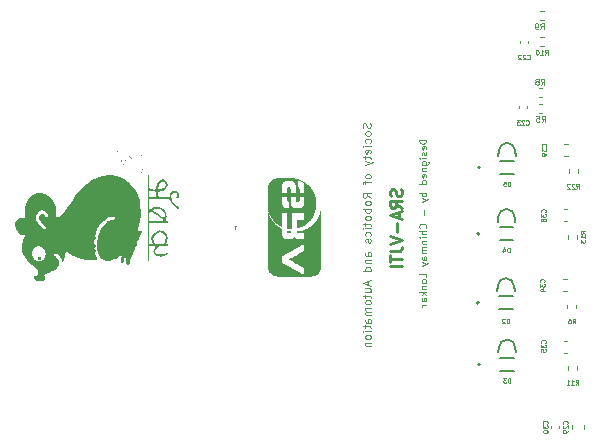
<source format=gbr>
%TF.GenerationSoftware,KiCad,Pcbnew,6.0.7-f9a2dced07~116~ubuntu20.04.1*%
%TF.CreationDate,2022-08-28T21:07:50+05:30*%
%TF.ProjectId,mushak_pcb,6d757368-616b-45f7-9063-622e6b696361,rev?*%
%TF.SameCoordinates,Original*%
%TF.FileFunction,Legend,Bot*%
%TF.FilePolarity,Positive*%
%FSLAX46Y46*%
G04 Gerber Fmt 4.6, Leading zero omitted, Abs format (unit mm)*
G04 Created by KiCad (PCBNEW 6.0.7-f9a2dced07~116~ubuntu20.04.1) date 2022-08-28 21:07:50*
%MOMM*%
%LPD*%
G01*
G04 APERTURE LIST*
%ADD10C,0.100000*%
%ADD11C,0.080000*%
%ADD12C,0.250000*%
%ADD13C,0.025000*%
%ADD14C,0.300000*%
%ADD15C,0.120000*%
%ADD16C,0.127000*%
%ADD17C,0.200000*%
G04 APERTURE END LIST*
D10*
X186433333Y-88200000D02*
X186466666Y-88300000D01*
X186466666Y-88466666D01*
X186433333Y-88533333D01*
X186400000Y-88566666D01*
X186333333Y-88600000D01*
X186266666Y-88600000D01*
X186200000Y-88566666D01*
X186166666Y-88533333D01*
X186133333Y-88466666D01*
X186100000Y-88333333D01*
X186066666Y-88266666D01*
X186033333Y-88233333D01*
X185966666Y-88200000D01*
X185900000Y-88200000D01*
X185833333Y-88233333D01*
X185800000Y-88266666D01*
X185766666Y-88333333D01*
X185766666Y-88500000D01*
X185800000Y-88600000D01*
X186466666Y-89000000D02*
X186433333Y-88933333D01*
X186400000Y-88900000D01*
X186333333Y-88866666D01*
X186133333Y-88866666D01*
X186066666Y-88900000D01*
X186033333Y-88933333D01*
X186000000Y-89000000D01*
X186000000Y-89100000D01*
X186033333Y-89166666D01*
X186066666Y-89200000D01*
X186133333Y-89233333D01*
X186333333Y-89233333D01*
X186400000Y-89200000D01*
X186433333Y-89166666D01*
X186466666Y-89100000D01*
X186466666Y-89000000D01*
X186433333Y-89833333D02*
X186466666Y-89766666D01*
X186466666Y-89633333D01*
X186433333Y-89566666D01*
X186400000Y-89533333D01*
X186333333Y-89500000D01*
X186133333Y-89500000D01*
X186066666Y-89533333D01*
X186033333Y-89566666D01*
X186000000Y-89633333D01*
X186000000Y-89766666D01*
X186033333Y-89833333D01*
X186466666Y-90133333D02*
X186000000Y-90133333D01*
X185766666Y-90133333D02*
X185800000Y-90100000D01*
X185833333Y-90133333D01*
X185800000Y-90166666D01*
X185766666Y-90133333D01*
X185833333Y-90133333D01*
X186433333Y-90733333D02*
X186466666Y-90666666D01*
X186466666Y-90533333D01*
X186433333Y-90466666D01*
X186366666Y-90433333D01*
X186100000Y-90433333D01*
X186033333Y-90466666D01*
X186000000Y-90533333D01*
X186000000Y-90666666D01*
X186033333Y-90733333D01*
X186100000Y-90766666D01*
X186166666Y-90766666D01*
X186233333Y-90433333D01*
X186000000Y-90966666D02*
X186000000Y-91233333D01*
X185766666Y-91066666D02*
X186366666Y-91066666D01*
X186433333Y-91100000D01*
X186466666Y-91166666D01*
X186466666Y-91233333D01*
X186000000Y-91400000D02*
X186466666Y-91566666D01*
X186000000Y-91733333D02*
X186466666Y-91566666D01*
X186633333Y-91500000D01*
X186666666Y-91466666D01*
X186700000Y-91400000D01*
X186466666Y-92633333D02*
X186433333Y-92566666D01*
X186400000Y-92533333D01*
X186333333Y-92500000D01*
X186133333Y-92500000D01*
X186066666Y-92533333D01*
X186033333Y-92566666D01*
X186000000Y-92633333D01*
X186000000Y-92733333D01*
X186033333Y-92800000D01*
X186066666Y-92833333D01*
X186133333Y-92866666D01*
X186333333Y-92866666D01*
X186400000Y-92833333D01*
X186433333Y-92800000D01*
X186466666Y-92733333D01*
X186466666Y-92633333D01*
X186000000Y-93066666D02*
X186000000Y-93333333D01*
X186466666Y-93166666D02*
X185866666Y-93166666D01*
X185800000Y-93200000D01*
X185766666Y-93266666D01*
X185766666Y-93333333D01*
X186466666Y-94500000D02*
X186133333Y-94266666D01*
X186466666Y-94100000D02*
X185766666Y-94100000D01*
X185766666Y-94366666D01*
X185800000Y-94433333D01*
X185833333Y-94466666D01*
X185900000Y-94500000D01*
X186000000Y-94500000D01*
X186066666Y-94466666D01*
X186100000Y-94433333D01*
X186133333Y-94366666D01*
X186133333Y-94100000D01*
X186466666Y-94900000D02*
X186433333Y-94833333D01*
X186400000Y-94800000D01*
X186333333Y-94766666D01*
X186133333Y-94766666D01*
X186066666Y-94800000D01*
X186033333Y-94833333D01*
X186000000Y-94900000D01*
X186000000Y-95000000D01*
X186033333Y-95066666D01*
X186066666Y-95100000D01*
X186133333Y-95133333D01*
X186333333Y-95133333D01*
X186400000Y-95100000D01*
X186433333Y-95066666D01*
X186466666Y-95000000D01*
X186466666Y-94900000D01*
X186466666Y-95433333D02*
X185766666Y-95433333D01*
X186033333Y-95433333D02*
X186000000Y-95500000D01*
X186000000Y-95633333D01*
X186033333Y-95700000D01*
X186066666Y-95733333D01*
X186133333Y-95766666D01*
X186333333Y-95766666D01*
X186400000Y-95733333D01*
X186433333Y-95700000D01*
X186466666Y-95633333D01*
X186466666Y-95500000D01*
X186433333Y-95433333D01*
X186466666Y-96166666D02*
X186433333Y-96100000D01*
X186400000Y-96066666D01*
X186333333Y-96033333D01*
X186133333Y-96033333D01*
X186066666Y-96066666D01*
X186033333Y-96100000D01*
X186000000Y-96166666D01*
X186000000Y-96266666D01*
X186033333Y-96333333D01*
X186066666Y-96366666D01*
X186133333Y-96400000D01*
X186333333Y-96400000D01*
X186400000Y-96366666D01*
X186433333Y-96333333D01*
X186466666Y-96266666D01*
X186466666Y-96166666D01*
X186000000Y-96600000D02*
X186000000Y-96866666D01*
X185766666Y-96700000D02*
X186366666Y-96700000D01*
X186433333Y-96733333D01*
X186466666Y-96800000D01*
X186466666Y-96866666D01*
X186466666Y-97100000D02*
X186000000Y-97100000D01*
X185766666Y-97100000D02*
X185800000Y-97066666D01*
X185833333Y-97100000D01*
X185800000Y-97133333D01*
X185766666Y-97100000D01*
X185833333Y-97100000D01*
X186433333Y-97733333D02*
X186466666Y-97666666D01*
X186466666Y-97533333D01*
X186433333Y-97466666D01*
X186400000Y-97433333D01*
X186333333Y-97400000D01*
X186133333Y-97400000D01*
X186066666Y-97433333D01*
X186033333Y-97466666D01*
X186000000Y-97533333D01*
X186000000Y-97666666D01*
X186033333Y-97733333D01*
X186433333Y-98000000D02*
X186466666Y-98066666D01*
X186466666Y-98200000D01*
X186433333Y-98266666D01*
X186366666Y-98300000D01*
X186333333Y-98300000D01*
X186266666Y-98266666D01*
X186233333Y-98200000D01*
X186233333Y-98100000D01*
X186200000Y-98033333D01*
X186133333Y-98000000D01*
X186100000Y-98000000D01*
X186033333Y-98033333D01*
X186000000Y-98100000D01*
X186000000Y-98200000D01*
X186033333Y-98266666D01*
X186466666Y-99433333D02*
X186100000Y-99433333D01*
X186033333Y-99400000D01*
X186000000Y-99333333D01*
X186000000Y-99200000D01*
X186033333Y-99133333D01*
X186433333Y-99433333D02*
X186466666Y-99366666D01*
X186466666Y-99200000D01*
X186433333Y-99133333D01*
X186366666Y-99100000D01*
X186300000Y-99100000D01*
X186233333Y-99133333D01*
X186200000Y-99200000D01*
X186200000Y-99366666D01*
X186166666Y-99433333D01*
X186000000Y-99766666D02*
X186466666Y-99766666D01*
X186066666Y-99766666D02*
X186033333Y-99800000D01*
X186000000Y-99866666D01*
X186000000Y-99966666D01*
X186033333Y-100033333D01*
X186100000Y-100066666D01*
X186466666Y-100066666D01*
X186466666Y-100700000D02*
X185766666Y-100700000D01*
X186433333Y-100700000D02*
X186466666Y-100633333D01*
X186466666Y-100500000D01*
X186433333Y-100433333D01*
X186400000Y-100400000D01*
X186333333Y-100366666D01*
X186133333Y-100366666D01*
X186066666Y-100400000D01*
X186033333Y-100433333D01*
X186000000Y-100500000D01*
X186000000Y-100633333D01*
X186033333Y-100700000D01*
X186266666Y-101533333D02*
X186266666Y-101866666D01*
X186466666Y-101466666D02*
X185766666Y-101700000D01*
X186466666Y-101933333D01*
X186000000Y-102466666D02*
X186466666Y-102466666D01*
X186000000Y-102166666D02*
X186366666Y-102166666D01*
X186433333Y-102200000D01*
X186466666Y-102266666D01*
X186466666Y-102366666D01*
X186433333Y-102433333D01*
X186400000Y-102466666D01*
X186000000Y-102700000D02*
X186000000Y-102966666D01*
X185766666Y-102800000D02*
X186366666Y-102800000D01*
X186433333Y-102833333D01*
X186466666Y-102900000D01*
X186466666Y-102966666D01*
X186466666Y-103300000D02*
X186433333Y-103233333D01*
X186400000Y-103200000D01*
X186333333Y-103166666D01*
X186133333Y-103166666D01*
X186066666Y-103200000D01*
X186033333Y-103233333D01*
X186000000Y-103300000D01*
X186000000Y-103400000D01*
X186033333Y-103466666D01*
X186066666Y-103500000D01*
X186133333Y-103533333D01*
X186333333Y-103533333D01*
X186400000Y-103500000D01*
X186433333Y-103466666D01*
X186466666Y-103400000D01*
X186466666Y-103300000D01*
X186466666Y-103833333D02*
X186000000Y-103833333D01*
X186066666Y-103833333D02*
X186033333Y-103866666D01*
X186000000Y-103933333D01*
X186000000Y-104033333D01*
X186033333Y-104100000D01*
X186100000Y-104133333D01*
X186466666Y-104133333D01*
X186100000Y-104133333D02*
X186033333Y-104166666D01*
X186000000Y-104233333D01*
X186000000Y-104333333D01*
X186033333Y-104400000D01*
X186100000Y-104433333D01*
X186466666Y-104433333D01*
X186466666Y-105066666D02*
X186100000Y-105066666D01*
X186033333Y-105033333D01*
X186000000Y-104966666D01*
X186000000Y-104833333D01*
X186033333Y-104766666D01*
X186433333Y-105066666D02*
X186466666Y-105000000D01*
X186466666Y-104833333D01*
X186433333Y-104766666D01*
X186366666Y-104733333D01*
X186300000Y-104733333D01*
X186233333Y-104766666D01*
X186200000Y-104833333D01*
X186200000Y-105000000D01*
X186166666Y-105066666D01*
X186000000Y-105300000D02*
X186000000Y-105566666D01*
X185766666Y-105400000D02*
X186366666Y-105400000D01*
X186433333Y-105433333D01*
X186466666Y-105500000D01*
X186466666Y-105566666D01*
X186466666Y-105800000D02*
X186000000Y-105800000D01*
X185766666Y-105800000D02*
X185800000Y-105766666D01*
X185833333Y-105800000D01*
X185800000Y-105833333D01*
X185766666Y-105800000D01*
X185833333Y-105800000D01*
X186466666Y-106233333D02*
X186433333Y-106166666D01*
X186400000Y-106133333D01*
X186333333Y-106100000D01*
X186133333Y-106100000D01*
X186066666Y-106133333D01*
X186033333Y-106166666D01*
X186000000Y-106233333D01*
X186000000Y-106333333D01*
X186033333Y-106400000D01*
X186066666Y-106433333D01*
X186133333Y-106466666D01*
X186333333Y-106466666D01*
X186400000Y-106433333D01*
X186433333Y-106400000D01*
X186466666Y-106333333D01*
X186466666Y-106233333D01*
X186000000Y-106766666D02*
X186466666Y-106766666D01*
X186066666Y-106766666D02*
X186033333Y-106800000D01*
X186000000Y-106866666D01*
X186000000Y-106966666D01*
X186033333Y-107033333D01*
X186100000Y-107066666D01*
X186466666Y-107066666D01*
D11*
X191171428Y-89571428D02*
X190571428Y-89571428D01*
X190571428Y-89714285D01*
X190600000Y-89800000D01*
X190657142Y-89857142D01*
X190714285Y-89885714D01*
X190828571Y-89914285D01*
X190914285Y-89914285D01*
X191028571Y-89885714D01*
X191085714Y-89857142D01*
X191142857Y-89800000D01*
X191171428Y-89714285D01*
X191171428Y-89571428D01*
X191142857Y-90400000D02*
X191171428Y-90342857D01*
X191171428Y-90228571D01*
X191142857Y-90171428D01*
X191085714Y-90142857D01*
X190857142Y-90142857D01*
X190800000Y-90171428D01*
X190771428Y-90228571D01*
X190771428Y-90342857D01*
X190800000Y-90400000D01*
X190857142Y-90428571D01*
X190914285Y-90428571D01*
X190971428Y-90142857D01*
X191142857Y-90657142D02*
X191171428Y-90714285D01*
X191171428Y-90828571D01*
X191142857Y-90885714D01*
X191085714Y-90914285D01*
X191057142Y-90914285D01*
X191000000Y-90885714D01*
X190971428Y-90828571D01*
X190971428Y-90742857D01*
X190942857Y-90685714D01*
X190885714Y-90657142D01*
X190857142Y-90657142D01*
X190800000Y-90685714D01*
X190771428Y-90742857D01*
X190771428Y-90828571D01*
X190800000Y-90885714D01*
X191171428Y-91171428D02*
X190771428Y-91171428D01*
X190571428Y-91171428D02*
X190600000Y-91142857D01*
X190628571Y-91171428D01*
X190600000Y-91200000D01*
X190571428Y-91171428D01*
X190628571Y-91171428D01*
X190771428Y-91714285D02*
X191257142Y-91714285D01*
X191314285Y-91685714D01*
X191342857Y-91657142D01*
X191371428Y-91600000D01*
X191371428Y-91514285D01*
X191342857Y-91457142D01*
X191142857Y-91714285D02*
X191171428Y-91657142D01*
X191171428Y-91542857D01*
X191142857Y-91485714D01*
X191114285Y-91457142D01*
X191057142Y-91428571D01*
X190885714Y-91428571D01*
X190828571Y-91457142D01*
X190800000Y-91485714D01*
X190771428Y-91542857D01*
X190771428Y-91657142D01*
X190800000Y-91714285D01*
X190771428Y-92000000D02*
X191171428Y-92000000D01*
X190828571Y-92000000D02*
X190800000Y-92028571D01*
X190771428Y-92085714D01*
X190771428Y-92171428D01*
X190800000Y-92228571D01*
X190857142Y-92257142D01*
X191171428Y-92257142D01*
X191142857Y-92771428D02*
X191171428Y-92714285D01*
X191171428Y-92600000D01*
X191142857Y-92542857D01*
X191085714Y-92514285D01*
X190857142Y-92514285D01*
X190800000Y-92542857D01*
X190771428Y-92600000D01*
X190771428Y-92714285D01*
X190800000Y-92771428D01*
X190857142Y-92800000D01*
X190914285Y-92800000D01*
X190971428Y-92514285D01*
X191171428Y-93314285D02*
X190571428Y-93314285D01*
X191142857Y-93314285D02*
X191171428Y-93257142D01*
X191171428Y-93142857D01*
X191142857Y-93085714D01*
X191114285Y-93057142D01*
X191057142Y-93028571D01*
X190885714Y-93028571D01*
X190828571Y-93057142D01*
X190800000Y-93085714D01*
X190771428Y-93142857D01*
X190771428Y-93257142D01*
X190800000Y-93314285D01*
X191171428Y-94057142D02*
X190571428Y-94057142D01*
X190800000Y-94057142D02*
X190771428Y-94114285D01*
X190771428Y-94228571D01*
X190800000Y-94285714D01*
X190828571Y-94314285D01*
X190885714Y-94342857D01*
X191057142Y-94342857D01*
X191114285Y-94314285D01*
X191142857Y-94285714D01*
X191171428Y-94228571D01*
X191171428Y-94114285D01*
X191142857Y-94057142D01*
X190771428Y-94542857D02*
X191171428Y-94685714D01*
X190771428Y-94828571D02*
X191171428Y-94685714D01*
X191314285Y-94628571D01*
X191342857Y-94600000D01*
X191371428Y-94542857D01*
X190942857Y-95514285D02*
X190942857Y-95971428D01*
X191114285Y-97057142D02*
X191142857Y-97028571D01*
X191171428Y-96942857D01*
X191171428Y-96885714D01*
X191142857Y-96800000D01*
X191085714Y-96742857D01*
X191028571Y-96714285D01*
X190914285Y-96685714D01*
X190828571Y-96685714D01*
X190714285Y-96714285D01*
X190657142Y-96742857D01*
X190600000Y-96800000D01*
X190571428Y-96885714D01*
X190571428Y-96942857D01*
X190600000Y-97028571D01*
X190628571Y-97057142D01*
X191171428Y-97314285D02*
X190571428Y-97314285D01*
X191171428Y-97571428D02*
X190857142Y-97571428D01*
X190800000Y-97542857D01*
X190771428Y-97485714D01*
X190771428Y-97400000D01*
X190800000Y-97342857D01*
X190828571Y-97314285D01*
X191171428Y-97857142D02*
X190771428Y-97857142D01*
X190571428Y-97857142D02*
X190600000Y-97828571D01*
X190628571Y-97857142D01*
X190600000Y-97885714D01*
X190571428Y-97857142D01*
X190628571Y-97857142D01*
X190771428Y-98142857D02*
X191171428Y-98142857D01*
X190828571Y-98142857D02*
X190800000Y-98171428D01*
X190771428Y-98228571D01*
X190771428Y-98314285D01*
X190800000Y-98371428D01*
X190857142Y-98400000D01*
X191171428Y-98400000D01*
X191171428Y-98685714D02*
X190771428Y-98685714D01*
X190828571Y-98685714D02*
X190800000Y-98714285D01*
X190771428Y-98771428D01*
X190771428Y-98857142D01*
X190800000Y-98914285D01*
X190857142Y-98942857D01*
X191171428Y-98942857D01*
X190857142Y-98942857D02*
X190800000Y-98971428D01*
X190771428Y-99028571D01*
X190771428Y-99114285D01*
X190800000Y-99171428D01*
X190857142Y-99200000D01*
X191171428Y-99200000D01*
X191171428Y-99742857D02*
X190857142Y-99742857D01*
X190800000Y-99714285D01*
X190771428Y-99657142D01*
X190771428Y-99542857D01*
X190800000Y-99485714D01*
X191142857Y-99742857D02*
X191171428Y-99685714D01*
X191171428Y-99542857D01*
X191142857Y-99485714D01*
X191085714Y-99457142D01*
X191028571Y-99457142D01*
X190971428Y-99485714D01*
X190942857Y-99542857D01*
X190942857Y-99685714D01*
X190914285Y-99742857D01*
X190771428Y-99971428D02*
X191171428Y-100114285D01*
X190771428Y-100257142D02*
X191171428Y-100114285D01*
X191314285Y-100057142D01*
X191342857Y-100028571D01*
X191371428Y-99971428D01*
X191171428Y-101228571D02*
X191171428Y-100942857D01*
X190571428Y-100942857D01*
X191171428Y-101514285D02*
X191142857Y-101457142D01*
X191114285Y-101428571D01*
X191057142Y-101400000D01*
X190885714Y-101400000D01*
X190828571Y-101428571D01*
X190800000Y-101457142D01*
X190771428Y-101514285D01*
X190771428Y-101600000D01*
X190800000Y-101657142D01*
X190828571Y-101685714D01*
X190885714Y-101714285D01*
X191057142Y-101714285D01*
X191114285Y-101685714D01*
X191142857Y-101657142D01*
X191171428Y-101600000D01*
X191171428Y-101514285D01*
X190771428Y-101971428D02*
X191171428Y-101971428D01*
X190828571Y-101971428D02*
X190800000Y-102000000D01*
X190771428Y-102057142D01*
X190771428Y-102142857D01*
X190800000Y-102200000D01*
X190857142Y-102228571D01*
X191171428Y-102228571D01*
X191171428Y-102514285D02*
X190571428Y-102514285D01*
X190942857Y-102571428D02*
X191171428Y-102742857D01*
X190771428Y-102742857D02*
X191000000Y-102514285D01*
X191171428Y-103257142D02*
X190857142Y-103257142D01*
X190800000Y-103228571D01*
X190771428Y-103171428D01*
X190771428Y-103057142D01*
X190800000Y-103000000D01*
X191142857Y-103257142D02*
X191171428Y-103200000D01*
X191171428Y-103057142D01*
X191142857Y-103000000D01*
X191085714Y-102971428D01*
X191028571Y-102971428D01*
X190971428Y-103000000D01*
X190942857Y-103057142D01*
X190942857Y-103200000D01*
X190914285Y-103257142D01*
X191171428Y-103542857D02*
X190771428Y-103542857D01*
X190885714Y-103542857D02*
X190828571Y-103571428D01*
X190800000Y-103600000D01*
X190771428Y-103657142D01*
X190771428Y-103714285D01*
D12*
X189054761Y-93788095D02*
X189102380Y-93930952D01*
X189102380Y-94169047D01*
X189054761Y-94264285D01*
X189007142Y-94311904D01*
X188911904Y-94359523D01*
X188816666Y-94359523D01*
X188721428Y-94311904D01*
X188673809Y-94264285D01*
X188626190Y-94169047D01*
X188578571Y-93978571D01*
X188530952Y-93883333D01*
X188483333Y-93835714D01*
X188388095Y-93788095D01*
X188292857Y-93788095D01*
X188197619Y-93835714D01*
X188150000Y-93883333D01*
X188102380Y-93978571D01*
X188102380Y-94216666D01*
X188150000Y-94359523D01*
X189102380Y-95359523D02*
X188626190Y-95026190D01*
X189102380Y-94788095D02*
X188102380Y-94788095D01*
X188102380Y-95169047D01*
X188150000Y-95264285D01*
X188197619Y-95311904D01*
X188292857Y-95359523D01*
X188435714Y-95359523D01*
X188530952Y-95311904D01*
X188578571Y-95264285D01*
X188626190Y-95169047D01*
X188626190Y-94788095D01*
X188816666Y-95740476D02*
X188816666Y-96216666D01*
X189102380Y-95645238D02*
X188102380Y-95978571D01*
X189102380Y-96311904D01*
X188721428Y-96645238D02*
X188721428Y-97407142D01*
X188102380Y-97740476D02*
X189102380Y-98073809D01*
X188102380Y-98407142D01*
X188102380Y-99026190D02*
X188816666Y-99026190D01*
X188959523Y-98978571D01*
X189054761Y-98883333D01*
X189102380Y-98740476D01*
X189102380Y-98645238D01*
X188102380Y-99359523D02*
X188102380Y-99930952D01*
X189102380Y-99645238D02*
X188102380Y-99645238D01*
X189102380Y-100264285D02*
X188102380Y-100264285D01*
D13*
%TO.C,G\u002A\u002A\u002A*%
X174950000Y-96911904D02*
X174945238Y-96902380D01*
X174945238Y-96888095D01*
X174950000Y-96873809D01*
X174959523Y-96864285D01*
X174969047Y-96859523D01*
X174988095Y-96854761D01*
X175002380Y-96854761D01*
X175021428Y-96859523D01*
X175030952Y-96864285D01*
X175040476Y-96873809D01*
X175045238Y-96888095D01*
X175045238Y-96897619D01*
X175040476Y-96911904D01*
X175035714Y-96916666D01*
X175002380Y-96916666D01*
X175002380Y-96897619D01*
X174945238Y-96973809D02*
X174969047Y-96973809D01*
X174959523Y-96950000D02*
X174969047Y-96973809D01*
X174959523Y-96997619D01*
X174988095Y-96959523D02*
X174969047Y-96973809D01*
X174988095Y-96988095D01*
X174945238Y-97050000D02*
X174969047Y-97050000D01*
X174959523Y-97026190D02*
X174969047Y-97050000D01*
X174959523Y-97073809D01*
X174988095Y-97035714D02*
X174969047Y-97050000D01*
X174988095Y-97064285D01*
X174945238Y-97126190D02*
X174969047Y-97126190D01*
X174959523Y-97102380D02*
X174969047Y-97126190D01*
X174959523Y-97150000D01*
X174988095Y-97111904D02*
X174969047Y-97126190D01*
X174988095Y-97140476D01*
D10*
%TO.C,R6*%
X203566666Y-105130952D02*
X203700000Y-104940476D01*
X203795238Y-105130952D02*
X203795238Y-104730952D01*
X203642857Y-104730952D01*
X203604761Y-104750000D01*
X203585714Y-104769047D01*
X203566666Y-104807142D01*
X203566666Y-104864285D01*
X203585714Y-104902380D01*
X203604761Y-104921428D01*
X203642857Y-104940476D01*
X203795238Y-104940476D01*
X203223809Y-104730952D02*
X203300000Y-104730952D01*
X203338095Y-104750000D01*
X203357142Y-104769047D01*
X203395238Y-104826190D01*
X203414285Y-104902380D01*
X203414285Y-105054761D01*
X203395238Y-105092857D01*
X203376190Y-105111904D01*
X203338095Y-105130952D01*
X203261904Y-105130952D01*
X203223809Y-105111904D01*
X203204761Y-105092857D01*
X203185714Y-105054761D01*
X203185714Y-104959523D01*
X203204761Y-104921428D01*
X203223809Y-104902380D01*
X203261904Y-104883333D01*
X203338095Y-104883333D01*
X203376190Y-104902380D01*
X203395238Y-104921428D01*
X203414285Y-104959523D01*
%TO.C,R10*%
X201207142Y-82380952D02*
X201340476Y-82190476D01*
X201435714Y-82380952D02*
X201435714Y-81980952D01*
X201283333Y-81980952D01*
X201245238Y-82000000D01*
X201226190Y-82019047D01*
X201207142Y-82057142D01*
X201207142Y-82114285D01*
X201226190Y-82152380D01*
X201245238Y-82171428D01*
X201283333Y-82190476D01*
X201435714Y-82190476D01*
X200826190Y-82380952D02*
X201054761Y-82380952D01*
X200940476Y-82380952D02*
X200940476Y-81980952D01*
X200978571Y-82038095D01*
X201016666Y-82076190D01*
X201054761Y-82095238D01*
X200578571Y-81980952D02*
X200540476Y-81980952D01*
X200502380Y-82000000D01*
X200483333Y-82019047D01*
X200464285Y-82057142D01*
X200445238Y-82133333D01*
X200445238Y-82228571D01*
X200464285Y-82304761D01*
X200483333Y-82342857D01*
X200502380Y-82361904D01*
X200540476Y-82380952D01*
X200578571Y-82380952D01*
X200616666Y-82361904D01*
X200635714Y-82342857D01*
X200654761Y-82304761D01*
X200673809Y-82228571D01*
X200673809Y-82133333D01*
X200654761Y-82057142D01*
X200635714Y-82019047D01*
X200616666Y-82000000D01*
X200578571Y-81980952D01*
%TO.C,D4*%
X198245238Y-99130952D02*
X198245238Y-98730952D01*
X198150000Y-98730952D01*
X198092857Y-98750000D01*
X198054761Y-98788095D01*
X198035714Y-98826190D01*
X198016666Y-98902380D01*
X198016666Y-98959523D01*
X198035714Y-99035714D01*
X198054761Y-99073809D01*
X198092857Y-99111904D01*
X198150000Y-99130952D01*
X198245238Y-99130952D01*
X197673809Y-98864285D02*
X197673809Y-99130952D01*
X197769047Y-98711904D02*
X197864285Y-98997619D01*
X197616666Y-98997619D01*
%TO.C,C29*%
X203092857Y-113642857D02*
X203111904Y-113623809D01*
X203130952Y-113566666D01*
X203130952Y-113528571D01*
X203111904Y-113471428D01*
X203073809Y-113433333D01*
X203035714Y-113414285D01*
X202959523Y-113395238D01*
X202902380Y-113395238D01*
X202826190Y-113414285D01*
X202788095Y-113433333D01*
X202750000Y-113471428D01*
X202730952Y-113528571D01*
X202730952Y-113566666D01*
X202750000Y-113623809D01*
X202769047Y-113642857D01*
X202769047Y-113795238D02*
X202750000Y-113814285D01*
X202730952Y-113852380D01*
X202730952Y-113947619D01*
X202750000Y-113985714D01*
X202769047Y-114004761D01*
X202807142Y-114023809D01*
X202845238Y-114023809D01*
X202902380Y-114004761D01*
X203130952Y-113776190D01*
X203130952Y-114023809D01*
X203130952Y-114214285D02*
X203130952Y-114290476D01*
X203111904Y-114328571D01*
X203092857Y-114347619D01*
X203035714Y-114385714D01*
X202959523Y-114404761D01*
X202807142Y-114404761D01*
X202769047Y-114385714D01*
X202750000Y-114366666D01*
X202730952Y-114328571D01*
X202730952Y-114252380D01*
X202750000Y-114214285D01*
X202769047Y-114195238D01*
X202807142Y-114176190D01*
X202902380Y-114176190D01*
X202940476Y-114195238D01*
X202959523Y-114214285D01*
X202978571Y-114252380D01*
X202978571Y-114328571D01*
X202959523Y-114366666D01*
X202940476Y-114385714D01*
X202902380Y-114404761D01*
%TO.C,C38*%
X201242857Y-95742857D02*
X201261904Y-95723809D01*
X201280952Y-95666666D01*
X201280952Y-95628571D01*
X201261904Y-95571428D01*
X201223809Y-95533333D01*
X201185714Y-95514285D01*
X201109523Y-95495238D01*
X201052380Y-95495238D01*
X200976190Y-95514285D01*
X200938095Y-95533333D01*
X200900000Y-95571428D01*
X200880952Y-95628571D01*
X200880952Y-95666666D01*
X200900000Y-95723809D01*
X200919047Y-95742857D01*
X200880952Y-95876190D02*
X200880952Y-96123809D01*
X201033333Y-95990476D01*
X201033333Y-96047619D01*
X201052380Y-96085714D01*
X201071428Y-96104761D01*
X201109523Y-96123809D01*
X201204761Y-96123809D01*
X201242857Y-96104761D01*
X201261904Y-96085714D01*
X201280952Y-96047619D01*
X201280952Y-95933333D01*
X201261904Y-95895238D01*
X201242857Y-95876190D01*
X201052380Y-96352380D02*
X201033333Y-96314285D01*
X201014285Y-96295238D01*
X200976190Y-96276190D01*
X200957142Y-96276190D01*
X200919047Y-96295238D01*
X200900000Y-96314285D01*
X200880952Y-96352380D01*
X200880952Y-96428571D01*
X200900000Y-96466666D01*
X200919047Y-96485714D01*
X200957142Y-96504761D01*
X200976190Y-96504761D01*
X201014285Y-96485714D01*
X201033333Y-96466666D01*
X201052380Y-96428571D01*
X201052380Y-96352380D01*
X201071428Y-96314285D01*
X201090476Y-96295238D01*
X201128571Y-96276190D01*
X201204761Y-96276190D01*
X201242857Y-96295238D01*
X201261904Y-96314285D01*
X201280952Y-96352380D01*
X201280952Y-96428571D01*
X201261904Y-96466666D01*
X201242857Y-96485714D01*
X201204761Y-96504761D01*
X201128571Y-96504761D01*
X201090476Y-96485714D01*
X201071428Y-96466666D01*
X201052380Y-96428571D01*
%TO.C,D2*%
X198195238Y-105130952D02*
X198195238Y-104730952D01*
X198100000Y-104730952D01*
X198042857Y-104750000D01*
X198004761Y-104788095D01*
X197985714Y-104826190D01*
X197966666Y-104902380D01*
X197966666Y-104959523D01*
X197985714Y-105035714D01*
X198004761Y-105073809D01*
X198042857Y-105111904D01*
X198100000Y-105130952D01*
X198195238Y-105130952D01*
X197814285Y-104769047D02*
X197795238Y-104750000D01*
X197757142Y-104730952D01*
X197661904Y-104730952D01*
X197623809Y-104750000D01*
X197604761Y-104769047D01*
X197585714Y-104807142D01*
X197585714Y-104845238D01*
X197604761Y-104902380D01*
X197833333Y-105130952D01*
X197585714Y-105130952D01*
%TO.C,R9*%
X200833333Y-80226190D02*
X201000000Y-79988095D01*
X201119047Y-80226190D02*
X201119047Y-79726190D01*
X200928571Y-79726190D01*
X200880952Y-79750000D01*
X200857142Y-79773809D01*
X200833333Y-79821428D01*
X200833333Y-79892857D01*
X200857142Y-79940476D01*
X200880952Y-79964285D01*
X200928571Y-79988095D01*
X201119047Y-79988095D01*
X200595238Y-80226190D02*
X200500000Y-80226190D01*
X200452380Y-80202380D01*
X200428571Y-80178571D01*
X200380952Y-80107142D01*
X200357142Y-80011904D01*
X200357142Y-79821428D01*
X200380952Y-79773809D01*
X200404761Y-79750000D01*
X200452380Y-79726190D01*
X200547619Y-79726190D01*
X200595238Y-79750000D01*
X200619047Y-79773809D01*
X200642857Y-79821428D01*
X200642857Y-79940476D01*
X200619047Y-79988095D01*
X200595238Y-80011904D01*
X200547619Y-80035714D01*
X200452380Y-80035714D01*
X200404761Y-80011904D01*
X200380952Y-79988095D01*
X200357142Y-79940476D01*
%TO.C,R5*%
X200933333Y-88076190D02*
X201100000Y-87838095D01*
X201219047Y-88076190D02*
X201219047Y-87576190D01*
X201028571Y-87576190D01*
X200980952Y-87600000D01*
X200957142Y-87623809D01*
X200933333Y-87671428D01*
X200933333Y-87742857D01*
X200957142Y-87790476D01*
X200980952Y-87814285D01*
X201028571Y-87838095D01*
X201219047Y-87838095D01*
X200480952Y-87576190D02*
X200719047Y-87576190D01*
X200742857Y-87814285D01*
X200719047Y-87790476D01*
X200671428Y-87766666D01*
X200552380Y-87766666D01*
X200504761Y-87790476D01*
X200480952Y-87814285D01*
X200457142Y-87861904D01*
X200457142Y-87980952D01*
X200480952Y-88028571D01*
X200504761Y-88052380D01*
X200552380Y-88076190D01*
X200671428Y-88076190D01*
X200719047Y-88052380D01*
X200742857Y-88028571D01*
D14*
%TO.C,G\u002A\u002A\u002A*%
X162488000Y-95557428D02*
X162415428Y-95412285D01*
X162415428Y-95194571D01*
X162488000Y-94976857D01*
X162633142Y-94831714D01*
X162778285Y-94759142D01*
X163068571Y-94686571D01*
X163286285Y-94686571D01*
X163576571Y-94759142D01*
X163721714Y-94831714D01*
X163866857Y-94976857D01*
X163939428Y-95194571D01*
X163939428Y-95339714D01*
X163866857Y-95557428D01*
X163794285Y-95630000D01*
X163286285Y-95630000D01*
X163286285Y-95339714D01*
X162415428Y-96500857D02*
X162778285Y-96500857D01*
X162633142Y-96138000D02*
X162778285Y-96500857D01*
X162633142Y-96863714D01*
X163068571Y-96283142D02*
X162778285Y-96500857D01*
X163068571Y-96718571D01*
X162415428Y-97662000D02*
X162778285Y-97662000D01*
X162633142Y-97299142D02*
X162778285Y-97662000D01*
X162633142Y-98024857D01*
X163068571Y-97444285D02*
X162778285Y-97662000D01*
X163068571Y-97879714D01*
X162415428Y-98823142D02*
X162778285Y-98823142D01*
X162633142Y-98460285D02*
X162778285Y-98823142D01*
X162633142Y-99186000D01*
X163068571Y-98605428D02*
X162778285Y-98823142D01*
X163068571Y-99040857D01*
D10*
%TO.C,C23*%
X199607142Y-88292857D02*
X199626190Y-88311904D01*
X199683333Y-88330952D01*
X199721428Y-88330952D01*
X199778571Y-88311904D01*
X199816666Y-88273809D01*
X199835714Y-88235714D01*
X199854761Y-88159523D01*
X199854761Y-88102380D01*
X199835714Y-88026190D01*
X199816666Y-87988095D01*
X199778571Y-87950000D01*
X199721428Y-87930952D01*
X199683333Y-87930952D01*
X199626190Y-87950000D01*
X199607142Y-87969047D01*
X199454761Y-87969047D02*
X199435714Y-87950000D01*
X199397619Y-87930952D01*
X199302380Y-87930952D01*
X199264285Y-87950000D01*
X199245238Y-87969047D01*
X199226190Y-88007142D01*
X199226190Y-88045238D01*
X199245238Y-88102380D01*
X199473809Y-88330952D01*
X199226190Y-88330952D01*
X199092857Y-87930952D02*
X198845238Y-87930952D01*
X198978571Y-88083333D01*
X198921428Y-88083333D01*
X198883333Y-88102380D01*
X198864285Y-88121428D01*
X198845238Y-88159523D01*
X198845238Y-88254761D01*
X198864285Y-88292857D01*
X198883333Y-88311904D01*
X198921428Y-88330952D01*
X199035714Y-88330952D01*
X199073809Y-88311904D01*
X199092857Y-88292857D01*
%TO.C,D5*%
X198295238Y-93530952D02*
X198295238Y-93130952D01*
X198200000Y-93130952D01*
X198142857Y-93150000D01*
X198104761Y-93188095D01*
X198085714Y-93226190D01*
X198066666Y-93302380D01*
X198066666Y-93359523D01*
X198085714Y-93435714D01*
X198104761Y-93473809D01*
X198142857Y-93511904D01*
X198200000Y-93530952D01*
X198295238Y-93530952D01*
X197704761Y-93130952D02*
X197895238Y-93130952D01*
X197914285Y-93321428D01*
X197895238Y-93302380D01*
X197857142Y-93283333D01*
X197761904Y-93283333D01*
X197723809Y-93302380D01*
X197704761Y-93321428D01*
X197685714Y-93359523D01*
X197685714Y-93454761D01*
X197704761Y-93492857D01*
X197723809Y-93511904D01*
X197761904Y-93530952D01*
X197857142Y-93530952D01*
X197895238Y-93511904D01*
X197914285Y-93492857D01*
%TO.C,R13*%
X204630952Y-97542857D02*
X204440476Y-97409523D01*
X204630952Y-97314285D02*
X204230952Y-97314285D01*
X204230952Y-97466666D01*
X204250000Y-97504761D01*
X204269047Y-97523809D01*
X204307142Y-97542857D01*
X204364285Y-97542857D01*
X204402380Y-97523809D01*
X204421428Y-97504761D01*
X204440476Y-97466666D01*
X204440476Y-97314285D01*
X204630952Y-97923809D02*
X204630952Y-97695238D01*
X204630952Y-97809523D02*
X204230952Y-97809523D01*
X204288095Y-97771428D01*
X204326190Y-97733333D01*
X204345238Y-97695238D01*
X204230952Y-98057142D02*
X204230952Y-98304761D01*
X204383333Y-98171428D01*
X204383333Y-98228571D01*
X204402380Y-98266666D01*
X204421428Y-98285714D01*
X204459523Y-98304761D01*
X204554761Y-98304761D01*
X204592857Y-98285714D01*
X204611904Y-98266666D01*
X204630952Y-98228571D01*
X204630952Y-98114285D01*
X204611904Y-98076190D01*
X204592857Y-98057142D01*
%TO.C,R22*%
X203857142Y-93730952D02*
X203990476Y-93540476D01*
X204085714Y-93730952D02*
X204085714Y-93330952D01*
X203933333Y-93330952D01*
X203895238Y-93350000D01*
X203876190Y-93369047D01*
X203857142Y-93407142D01*
X203857142Y-93464285D01*
X203876190Y-93502380D01*
X203895238Y-93521428D01*
X203933333Y-93540476D01*
X204085714Y-93540476D01*
X203704761Y-93369047D02*
X203685714Y-93350000D01*
X203647619Y-93330952D01*
X203552380Y-93330952D01*
X203514285Y-93350000D01*
X203495238Y-93369047D01*
X203476190Y-93407142D01*
X203476190Y-93445238D01*
X203495238Y-93502380D01*
X203723809Y-93730952D01*
X203476190Y-93730952D01*
X203323809Y-93369047D02*
X203304761Y-93350000D01*
X203266666Y-93330952D01*
X203171428Y-93330952D01*
X203133333Y-93350000D01*
X203114285Y-93369047D01*
X203095238Y-93407142D01*
X203095238Y-93445238D01*
X203114285Y-93502380D01*
X203342857Y-93730952D01*
X203095238Y-93730952D01*
%TO.C,D3*%
X198295238Y-110180952D02*
X198295238Y-109780952D01*
X198200000Y-109780952D01*
X198142857Y-109800000D01*
X198104761Y-109838095D01*
X198085714Y-109876190D01*
X198066666Y-109952380D01*
X198066666Y-110009523D01*
X198085714Y-110085714D01*
X198104761Y-110123809D01*
X198142857Y-110161904D01*
X198200000Y-110180952D01*
X198295238Y-110180952D01*
X197933333Y-109780952D02*
X197685714Y-109780952D01*
X197819047Y-109933333D01*
X197761904Y-109933333D01*
X197723809Y-109952380D01*
X197704761Y-109971428D01*
X197685714Y-110009523D01*
X197685714Y-110104761D01*
X197704761Y-110142857D01*
X197723809Y-110161904D01*
X197761904Y-110180952D01*
X197876190Y-110180952D01*
X197914285Y-110161904D01*
X197933333Y-110142857D01*
%TO.C,C22*%
X199707142Y-82742857D02*
X199726190Y-82761904D01*
X199783333Y-82780952D01*
X199821428Y-82780952D01*
X199878571Y-82761904D01*
X199916666Y-82723809D01*
X199935714Y-82685714D01*
X199954761Y-82609523D01*
X199954761Y-82552380D01*
X199935714Y-82476190D01*
X199916666Y-82438095D01*
X199878571Y-82400000D01*
X199821428Y-82380952D01*
X199783333Y-82380952D01*
X199726190Y-82400000D01*
X199707142Y-82419047D01*
X199554761Y-82419047D02*
X199535714Y-82400000D01*
X199497619Y-82380952D01*
X199402380Y-82380952D01*
X199364285Y-82400000D01*
X199345238Y-82419047D01*
X199326190Y-82457142D01*
X199326190Y-82495238D01*
X199345238Y-82552380D01*
X199573809Y-82780952D01*
X199326190Y-82780952D01*
X199173809Y-82419047D02*
X199154761Y-82400000D01*
X199116666Y-82380952D01*
X199021428Y-82380952D01*
X198983333Y-82400000D01*
X198964285Y-82419047D01*
X198945238Y-82457142D01*
X198945238Y-82495238D01*
X198964285Y-82552380D01*
X199192857Y-82780952D01*
X198945238Y-82780952D01*
%TO.C,C30*%
X201392857Y-113642857D02*
X201411904Y-113623809D01*
X201430952Y-113566666D01*
X201430952Y-113528571D01*
X201411904Y-113471428D01*
X201373809Y-113433333D01*
X201335714Y-113414285D01*
X201259523Y-113395238D01*
X201202380Y-113395238D01*
X201126190Y-113414285D01*
X201088095Y-113433333D01*
X201050000Y-113471428D01*
X201030952Y-113528571D01*
X201030952Y-113566666D01*
X201050000Y-113623809D01*
X201069047Y-113642857D01*
X201030952Y-113776190D02*
X201030952Y-114023809D01*
X201183333Y-113890476D01*
X201183333Y-113947619D01*
X201202380Y-113985714D01*
X201221428Y-114004761D01*
X201259523Y-114023809D01*
X201354761Y-114023809D01*
X201392857Y-114004761D01*
X201411904Y-113985714D01*
X201430952Y-113947619D01*
X201430952Y-113833333D01*
X201411904Y-113795238D01*
X201392857Y-113776190D01*
X201030952Y-114271428D02*
X201030952Y-114309523D01*
X201050000Y-114347619D01*
X201069047Y-114366666D01*
X201107142Y-114385714D01*
X201183333Y-114404761D01*
X201278571Y-114404761D01*
X201354761Y-114385714D01*
X201392857Y-114366666D01*
X201411904Y-114347619D01*
X201430952Y-114309523D01*
X201430952Y-114271428D01*
X201411904Y-114233333D01*
X201392857Y-114214285D01*
X201354761Y-114195238D01*
X201278571Y-114176190D01*
X201183333Y-114176190D01*
X201107142Y-114195238D01*
X201069047Y-114214285D01*
X201050000Y-114233333D01*
X201030952Y-114271428D01*
%TO.C,R11*%
X203807142Y-110330952D02*
X203940476Y-110140476D01*
X204035714Y-110330952D02*
X204035714Y-109930952D01*
X203883333Y-109930952D01*
X203845238Y-109950000D01*
X203826190Y-109969047D01*
X203807142Y-110007142D01*
X203807142Y-110064285D01*
X203826190Y-110102380D01*
X203845238Y-110121428D01*
X203883333Y-110140476D01*
X204035714Y-110140476D01*
X203426190Y-110330952D02*
X203654761Y-110330952D01*
X203540476Y-110330952D02*
X203540476Y-109930952D01*
X203578571Y-109988095D01*
X203616666Y-110026190D01*
X203654761Y-110045238D01*
X203045238Y-110330952D02*
X203273809Y-110330952D01*
X203159523Y-110330952D02*
X203159523Y-109930952D01*
X203197619Y-109988095D01*
X203235714Y-110026190D01*
X203273809Y-110045238D01*
%TO.C,C34*%
X201142857Y-101642857D02*
X201161904Y-101623809D01*
X201180952Y-101566666D01*
X201180952Y-101528571D01*
X201161904Y-101471428D01*
X201123809Y-101433333D01*
X201085714Y-101414285D01*
X201009523Y-101395238D01*
X200952380Y-101395238D01*
X200876190Y-101414285D01*
X200838095Y-101433333D01*
X200800000Y-101471428D01*
X200780952Y-101528571D01*
X200780952Y-101566666D01*
X200800000Y-101623809D01*
X200819047Y-101642857D01*
X200780952Y-101776190D02*
X200780952Y-102023809D01*
X200933333Y-101890476D01*
X200933333Y-101947619D01*
X200952380Y-101985714D01*
X200971428Y-102004761D01*
X201009523Y-102023809D01*
X201104761Y-102023809D01*
X201142857Y-102004761D01*
X201161904Y-101985714D01*
X201180952Y-101947619D01*
X201180952Y-101833333D01*
X201161904Y-101795238D01*
X201142857Y-101776190D01*
X200914285Y-102366666D02*
X201180952Y-102366666D01*
X200761904Y-102271428D02*
X201047619Y-102176190D01*
X201047619Y-102423809D01*
%TO.C,C39*%
X201292857Y-90192857D02*
X201311904Y-90173809D01*
X201330952Y-90116666D01*
X201330952Y-90078571D01*
X201311904Y-90021428D01*
X201273809Y-89983333D01*
X201235714Y-89964285D01*
X201159523Y-89945238D01*
X201102380Y-89945238D01*
X201026190Y-89964285D01*
X200988095Y-89983333D01*
X200950000Y-90021428D01*
X200930952Y-90078571D01*
X200930952Y-90116666D01*
X200950000Y-90173809D01*
X200969047Y-90192857D01*
X200930952Y-90326190D02*
X200930952Y-90573809D01*
X201083333Y-90440476D01*
X201083333Y-90497619D01*
X201102380Y-90535714D01*
X201121428Y-90554761D01*
X201159523Y-90573809D01*
X201254761Y-90573809D01*
X201292857Y-90554761D01*
X201311904Y-90535714D01*
X201330952Y-90497619D01*
X201330952Y-90383333D01*
X201311904Y-90345238D01*
X201292857Y-90326190D01*
X201330952Y-90764285D02*
X201330952Y-90840476D01*
X201311904Y-90878571D01*
X201292857Y-90897619D01*
X201235714Y-90935714D01*
X201159523Y-90954761D01*
X201007142Y-90954761D01*
X200969047Y-90935714D01*
X200950000Y-90916666D01*
X200930952Y-90878571D01*
X200930952Y-90802380D01*
X200950000Y-90764285D01*
X200969047Y-90745238D01*
X201007142Y-90726190D01*
X201102380Y-90726190D01*
X201140476Y-90745238D01*
X201159523Y-90764285D01*
X201178571Y-90802380D01*
X201178571Y-90878571D01*
X201159523Y-90916666D01*
X201140476Y-90935714D01*
X201102380Y-90954761D01*
%TO.C,R8*%
X200883333Y-84926190D02*
X201050000Y-84688095D01*
X201169047Y-84926190D02*
X201169047Y-84426190D01*
X200978571Y-84426190D01*
X200930952Y-84450000D01*
X200907142Y-84473809D01*
X200883333Y-84521428D01*
X200883333Y-84592857D01*
X200907142Y-84640476D01*
X200930952Y-84664285D01*
X200978571Y-84688095D01*
X201169047Y-84688095D01*
X200597619Y-84640476D02*
X200645238Y-84616666D01*
X200669047Y-84592857D01*
X200692857Y-84545238D01*
X200692857Y-84521428D01*
X200669047Y-84473809D01*
X200645238Y-84450000D01*
X200597619Y-84426190D01*
X200502380Y-84426190D01*
X200454761Y-84450000D01*
X200430952Y-84473809D01*
X200407142Y-84521428D01*
X200407142Y-84545238D01*
X200430952Y-84592857D01*
X200454761Y-84616666D01*
X200502380Y-84640476D01*
X200597619Y-84640476D01*
X200645238Y-84664285D01*
X200669047Y-84688095D01*
X200692857Y-84735714D01*
X200692857Y-84830952D01*
X200669047Y-84878571D01*
X200645238Y-84902380D01*
X200597619Y-84926190D01*
X200502380Y-84926190D01*
X200454761Y-84902380D01*
X200430952Y-84878571D01*
X200407142Y-84830952D01*
X200407142Y-84735714D01*
X200430952Y-84688095D01*
X200454761Y-84664285D01*
X200502380Y-84640476D01*
%TO.C,C35*%
X201242857Y-106792857D02*
X201261904Y-106773809D01*
X201280952Y-106716666D01*
X201280952Y-106678571D01*
X201261904Y-106621428D01*
X201223809Y-106583333D01*
X201185714Y-106564285D01*
X201109523Y-106545238D01*
X201052380Y-106545238D01*
X200976190Y-106564285D01*
X200938095Y-106583333D01*
X200900000Y-106621428D01*
X200880952Y-106678571D01*
X200880952Y-106716666D01*
X200900000Y-106773809D01*
X200919047Y-106792857D01*
X200880952Y-106926190D02*
X200880952Y-107173809D01*
X201033333Y-107040476D01*
X201033333Y-107097619D01*
X201052380Y-107135714D01*
X201071428Y-107154761D01*
X201109523Y-107173809D01*
X201204761Y-107173809D01*
X201242857Y-107154761D01*
X201261904Y-107135714D01*
X201280952Y-107097619D01*
X201280952Y-106983333D01*
X201261904Y-106945238D01*
X201242857Y-106926190D01*
X200880952Y-107535714D02*
X200880952Y-107345238D01*
X201071428Y-107326190D01*
X201052380Y-107345238D01*
X201033333Y-107383333D01*
X201033333Y-107478571D01*
X201052380Y-107516666D01*
X201071428Y-107535714D01*
X201109523Y-107554761D01*
X201204761Y-107554761D01*
X201242857Y-107535714D01*
X201261904Y-107516666D01*
X201280952Y-107478571D01*
X201280952Y-107383333D01*
X201261904Y-107345238D01*
X201242857Y-107326190D01*
%TO.C,G\u002A\u002A\u002A*%
G36*
X179408401Y-97307531D02*
G01*
X179420782Y-97311281D01*
X179442652Y-97316269D01*
X179471517Y-97321872D01*
X179505820Y-97327853D01*
X179544002Y-97333972D01*
X179584507Y-97339990D01*
X179625776Y-97345666D01*
X179666252Y-97350763D01*
X179704378Y-97355040D01*
X179738596Y-97358258D01*
X179779870Y-97361651D01*
X179779870Y-97379969D01*
X179779746Y-97383675D01*
X179778153Y-97391908D01*
X179773883Y-97400980D01*
X179765885Y-97412497D01*
X179753107Y-97428065D01*
X179734499Y-97449291D01*
X179689127Y-97500295D01*
X179490191Y-97500295D01*
X179444954Y-97449015D01*
X179399718Y-97397735D01*
X179399682Y-97350922D01*
X179399766Y-97332515D01*
X179400335Y-97317582D01*
X179401736Y-97309573D01*
X179404311Y-97306789D01*
X179408401Y-97307531D01*
G37*
G36*
X179295255Y-92839152D02*
G01*
X179377070Y-92839467D01*
X179450402Y-92839801D01*
X179515927Y-92840175D01*
X179574322Y-92840610D01*
X179626260Y-92841126D01*
X179672419Y-92841744D01*
X179713472Y-92842486D01*
X179750097Y-92843372D01*
X179782969Y-92844422D01*
X179812762Y-92845658D01*
X179840154Y-92847101D01*
X179865818Y-92848771D01*
X179890432Y-92850690D01*
X179914670Y-92852878D01*
X179939207Y-92855356D01*
X179964720Y-92858144D01*
X179991885Y-92861265D01*
X180021375Y-92864738D01*
X180037517Y-92866740D01*
X180073910Y-92871834D01*
X180110215Y-92877618D01*
X180144459Y-92883728D01*
X180174673Y-92889803D01*
X180198886Y-92895478D01*
X180215127Y-92900391D01*
X180221141Y-92902404D01*
X180237778Y-92907047D01*
X180259334Y-92912364D01*
X180282667Y-92917559D01*
X180338604Y-92931074D01*
X180410888Y-92952820D01*
X180487182Y-92979913D01*
X180565638Y-93011597D01*
X180590359Y-93022745D01*
X180644404Y-93047118D01*
X180721631Y-93085723D01*
X180795470Y-93126657D01*
X180817599Y-93139759D01*
X180903868Y-93194220D01*
X180984923Y-93251331D01*
X181062929Y-93312775D01*
X181140058Y-93380239D01*
X181218475Y-93455407D01*
X181239490Y-93476639D01*
X181270366Y-93508680D01*
X181300832Y-93541186D01*
X181329186Y-93572309D01*
X181353727Y-93600198D01*
X181372752Y-93623006D01*
X181384201Y-93637569D01*
X181415375Y-93679079D01*
X181448755Y-93725775D01*
X181482605Y-93775094D01*
X181515187Y-93824475D01*
X181544763Y-93871357D01*
X181569595Y-93913177D01*
X181596306Y-93961606D01*
X181659110Y-94089353D01*
X181713732Y-94221837D01*
X181759814Y-94357931D01*
X181797002Y-94496511D01*
X181824936Y-94636450D01*
X181843262Y-94776623D01*
X181844696Y-94791564D01*
X181847414Y-94819713D01*
X181849851Y-94844727D01*
X181851783Y-94864329D01*
X181852988Y-94876246D01*
X181853049Y-94876852D01*
X181853983Y-94893621D01*
X181854434Y-94918597D01*
X181854446Y-94950085D01*
X181854061Y-94986386D01*
X181853324Y-95025805D01*
X181852276Y-95066644D01*
X181850962Y-95107206D01*
X181849425Y-95145794D01*
X181847708Y-95180712D01*
X181845854Y-95210262D01*
X181843906Y-95232746D01*
X181838235Y-95280790D01*
X181814426Y-95428110D01*
X181781284Y-95571907D01*
X181738742Y-95712404D01*
X181686735Y-95849827D01*
X181625197Y-95984400D01*
X181614235Y-96006144D01*
X181543055Y-96135240D01*
X181464922Y-96257235D01*
X181379600Y-96372429D01*
X181286853Y-96481122D01*
X181186444Y-96583614D01*
X181078137Y-96680207D01*
X181016737Y-96729376D01*
X180906194Y-96808581D01*
X180790057Y-96880777D01*
X180669482Y-96945365D01*
X180545622Y-97001746D01*
X180419634Y-97049321D01*
X180292673Y-97087491D01*
X180277985Y-97091349D01*
X180257787Y-97096695D01*
X180242238Y-97100860D01*
X180233857Y-97103173D01*
X180233366Y-97103291D01*
X180231795Y-97103071D01*
X180230441Y-97101365D01*
X180229290Y-97097517D01*
X180228331Y-97090873D01*
X180227549Y-97080777D01*
X180226931Y-97066573D01*
X180226466Y-97047607D01*
X180226138Y-97023223D01*
X180225936Y-96992765D01*
X180225847Y-96955578D01*
X180225857Y-96911008D01*
X180225953Y-96858397D01*
X180226123Y-96797091D01*
X180226352Y-96726435D01*
X180227635Y-96347114D01*
X180529063Y-96345825D01*
X180830491Y-96344535D01*
X180830491Y-95824306D01*
X179779870Y-95824306D01*
X179779870Y-97155092D01*
X179733593Y-97154989D01*
X179718394Y-97154785D01*
X179678255Y-97153132D01*
X179632520Y-97150040D01*
X179583789Y-97145772D01*
X179534661Y-97140594D01*
X179487737Y-97134768D01*
X179445617Y-97128560D01*
X179410902Y-97122232D01*
X179399646Y-97119880D01*
X179399646Y-95824306D01*
X178954383Y-95824306D01*
X178954383Y-96402147D01*
X178954377Y-96439056D01*
X178954331Y-96512886D01*
X178954241Y-96583566D01*
X178954109Y-96650473D01*
X178953940Y-96712982D01*
X178953736Y-96770472D01*
X178953500Y-96822319D01*
X178953235Y-96867899D01*
X178952944Y-96906589D01*
X178952631Y-96937766D01*
X178952297Y-96960807D01*
X178951947Y-96975089D01*
X178951583Y-96979988D01*
X178946002Y-96977966D01*
X178932984Y-96971979D01*
X178914155Y-96962814D01*
X178891059Y-96951261D01*
X178865237Y-96938113D01*
X178838234Y-96924162D01*
X178811592Y-96910199D01*
X178786854Y-96897016D01*
X178765563Y-96885406D01*
X178749262Y-96876159D01*
X178683969Y-96836154D01*
X178567085Y-96755645D01*
X178455654Y-96667137D01*
X178350199Y-96571189D01*
X178251242Y-96468361D01*
X178159303Y-96359209D01*
X178074905Y-96244295D01*
X177998569Y-96124175D01*
X177930817Y-95999409D01*
X177929807Y-95997384D01*
X177900472Y-95936967D01*
X177874673Y-95880287D01*
X177851322Y-95824631D01*
X177829327Y-95767288D01*
X177807601Y-95705546D01*
X177785052Y-95636695D01*
X177761178Y-95561651D01*
X177759774Y-94598582D01*
X177759720Y-94560509D01*
X177759585Y-94438417D01*
X177759573Y-94418476D01*
X178954148Y-94418476D01*
X178956884Y-95001320D01*
X178978824Y-95056352D01*
X178985981Y-95074336D01*
X178996861Y-95101770D01*
X179007042Y-95127540D01*
X179015016Y-95147834D01*
X179016387Y-95151167D01*
X179026217Y-95170601D01*
X179039934Y-95193210D01*
X179056075Y-95217011D01*
X179073179Y-95240018D01*
X179089784Y-95260247D01*
X179104427Y-95275713D01*
X179115647Y-95284431D01*
X179116498Y-95284889D01*
X179126011Y-95290582D01*
X179141571Y-95300371D01*
X179161219Y-95313012D01*
X179182999Y-95327259D01*
X179239013Y-95364201D01*
X179370610Y-95362867D01*
X179502206Y-95361532D01*
X179503500Y-95096002D01*
X179503601Y-95072761D01*
X179503725Y-95023396D01*
X179503721Y-94977491D01*
X179503596Y-94935982D01*
X179503358Y-94899803D01*
X179503014Y-94869890D01*
X179502571Y-94847177D01*
X179502035Y-94832600D01*
X179501416Y-94827094D01*
X179497351Y-94825679D01*
X179485524Y-94824263D01*
X179469371Y-94823715D01*
X179464963Y-94823710D01*
X179454308Y-94823319D01*
X179445531Y-94821514D01*
X179437306Y-94817207D01*
X179428306Y-94809309D01*
X179417204Y-94796731D01*
X179402673Y-94778387D01*
X179383386Y-94753186D01*
X179354619Y-94715461D01*
X179354619Y-94418476D01*
X179694586Y-94418476D01*
X179695954Y-94709898D01*
X179697321Y-95001320D01*
X179710579Y-95033839D01*
X179717957Y-95052191D01*
X179728054Y-95077825D01*
X179737139Y-95101379D01*
X179737586Y-95102555D01*
X179749612Y-95133581D01*
X179759614Y-95157499D01*
X179768785Y-95176586D01*
X179778316Y-95193119D01*
X179789400Y-95209375D01*
X179803229Y-95227634D01*
X179814382Y-95241936D01*
X179824051Y-95253892D01*
X179832852Y-95263624D01*
X179842316Y-95272429D01*
X179853977Y-95281602D01*
X179869365Y-95292440D01*
X179890013Y-95306239D01*
X179917451Y-95324295D01*
X179977487Y-95363785D01*
X180264035Y-95363909D01*
X180550584Y-95364034D01*
X180621747Y-95317322D01*
X180622959Y-95316526D01*
X180650134Y-95298423D01*
X180670716Y-95283903D01*
X180686569Y-95271378D01*
X180699557Y-95259262D01*
X180711544Y-95245966D01*
X180724393Y-95229905D01*
X180733626Y-95217759D01*
X180745559Y-95200911D01*
X180755834Y-95184292D01*
X180765438Y-95165964D01*
X180775359Y-95143991D01*
X180786582Y-95116438D01*
X180800096Y-95081367D01*
X180807761Y-95061344D01*
X180816375Y-95039219D01*
X180823548Y-95021195D01*
X180828242Y-95009905D01*
X180829341Y-95006801D01*
X180830754Y-95000134D01*
X180831942Y-94990286D01*
X180832922Y-94976498D01*
X180833713Y-94958012D01*
X180834332Y-94934069D01*
X180834799Y-94903913D01*
X180835130Y-94866783D01*
X180835344Y-94821923D01*
X180835459Y-94768573D01*
X180835494Y-94705976D01*
X180835494Y-94418476D01*
X180435257Y-94418476D01*
X180435257Y-94714653D01*
X180393983Y-94769173D01*
X180352708Y-94823693D01*
X180264247Y-94823704D01*
X180175785Y-94823715D01*
X180164375Y-94807455D01*
X180161773Y-94803821D01*
X180151648Y-94790192D01*
X180138334Y-94772709D01*
X180124011Y-94754245D01*
X180095056Y-94717294D01*
X180095056Y-94418476D01*
X179694586Y-94418476D01*
X179354619Y-94418476D01*
X178954148Y-94418476D01*
X177759573Y-94418476D01*
X177759514Y-94323533D01*
X177759504Y-94216072D01*
X177759557Y-94116249D01*
X177759623Y-94063266D01*
X178954383Y-94063266D01*
X179354619Y-94063266D01*
X179354619Y-93734494D01*
X179390125Y-93687505D01*
X179402902Y-93670504D01*
X179417380Y-93651734D01*
X179429209Y-93638673D01*
X179440495Y-93630291D01*
X179453345Y-93625562D01*
X179469869Y-93623457D01*
X179492172Y-93622947D01*
X179522363Y-93623006D01*
X179536046Y-93623054D01*
X179561919Y-93623422D01*
X179583658Y-93624093D01*
X179599305Y-93624996D01*
X179606905Y-93626060D01*
X179607444Y-93626330D01*
X179614145Y-93632343D01*
X179625218Y-93644517D01*
X179639253Y-93661241D01*
X179654842Y-93680901D01*
X179694586Y-93732385D01*
X179694820Y-93732688D01*
X179694820Y-94063266D01*
X180095056Y-94063266D01*
X180094738Y-93759336D01*
X180094595Y-93623006D01*
X180285077Y-93623006D01*
X180314184Y-93623006D01*
X180326759Y-93623552D01*
X180342159Y-93625823D01*
X180351479Y-93629259D01*
X180351607Y-93629360D01*
X180357881Y-93635898D01*
X180368593Y-93648616D01*
X180382276Y-93665719D01*
X180397462Y-93685416D01*
X180435257Y-93735318D01*
X180435257Y-94063266D01*
X180835494Y-94063266D01*
X180835048Y-93759336D01*
X180834603Y-93455407D01*
X180809817Y-93392870D01*
X180809288Y-93391534D01*
X180799024Y-93365414D01*
X180789211Y-93340088D01*
X180780938Y-93318388D01*
X180775296Y-93303145D01*
X180772061Y-93294486D01*
X180766511Y-93281785D01*
X180759502Y-93268947D01*
X180749843Y-93254049D01*
X180736341Y-93235167D01*
X180717803Y-93210377D01*
X180707356Y-93197651D01*
X180691115Y-93181654D01*
X180670344Y-93165251D01*
X180642781Y-93146516D01*
X180590359Y-93112558D01*
X180439015Y-93113882D01*
X180287670Y-93115206D01*
X180286373Y-93369106D01*
X180285077Y-93623006D01*
X180094595Y-93623006D01*
X180094419Y-93455407D01*
X180071889Y-93397873D01*
X180063302Y-93375806D01*
X180053833Y-93351168D01*
X180045766Y-93329867D01*
X180040238Y-93314888D01*
X180020126Y-93269914D01*
X179989830Y-93224416D01*
X179950905Y-93183413D01*
X179903006Y-93146483D01*
X179852413Y-93112722D01*
X179525237Y-93112713D01*
X179198062Y-93112704D01*
X179170028Y-93130855D01*
X179164247Y-93134604D01*
X179137636Y-93152219D01*
X179117326Y-93166649D01*
X179101400Y-93179563D01*
X179087940Y-93192628D01*
X179075030Y-93207509D01*
X179060753Y-93225875D01*
X179053197Y-93236034D01*
X179042346Y-93251617D01*
X179032964Y-93267008D01*
X179024084Y-93284131D01*
X179014741Y-93304909D01*
X179003968Y-93331266D01*
X178990799Y-93365124D01*
X178954383Y-93459950D01*
X178954383Y-94063266D01*
X177759623Y-94063266D01*
X177759671Y-94024280D01*
X177759845Y-93940380D01*
X177760078Y-93864764D01*
X177760371Y-93797647D01*
X177760721Y-93739245D01*
X177761129Y-93689773D01*
X177761593Y-93649445D01*
X177762113Y-93618477D01*
X177762688Y-93597085D01*
X177763317Y-93585484D01*
X177765873Y-93563395D01*
X177780688Y-93484568D01*
X177803947Y-93405496D01*
X177834805Y-93328369D01*
X177872420Y-93255380D01*
X177915950Y-93188719D01*
X177966520Y-93126186D01*
X178030867Y-93060910D01*
X178101084Y-93003307D01*
X178176567Y-92953725D01*
X178256716Y-92912507D01*
X178340927Y-92880001D01*
X178428598Y-92856552D01*
X178519126Y-92842505D01*
X178521207Y-92842309D01*
X178535517Y-92841372D01*
X178556056Y-92840558D01*
X178583165Y-92839864D01*
X178617189Y-92839290D01*
X178658471Y-92838833D01*
X178707354Y-92838491D01*
X178764183Y-92838263D01*
X178829299Y-92838146D01*
X178903047Y-92838138D01*
X178954148Y-92838199D01*
X178985770Y-92838237D01*
X179077812Y-92838443D01*
X179179516Y-92838751D01*
X179198062Y-92838814D01*
X179204283Y-92838835D01*
X179295255Y-92839152D01*
G37*
G36*
X180830491Y-97500295D02*
G01*
X180315524Y-97500295D01*
X180270328Y-97449365D01*
X180260461Y-97438183D01*
X180244931Y-97420010D01*
X180234688Y-97406700D01*
X180228677Y-97396625D01*
X180225843Y-97388162D01*
X180225133Y-97379683D01*
X180225133Y-97360933D01*
X180253900Y-97357852D01*
X180284134Y-97354552D01*
X180348069Y-97347040D01*
X180404725Y-97339473D01*
X180456005Y-97331518D01*
X180503810Y-97322841D01*
X180550040Y-97313109D01*
X180596597Y-97301987D01*
X180645381Y-97289143D01*
X180682071Y-97278755D01*
X180815161Y-97234798D01*
X180943615Y-97182198D01*
X181067797Y-97120763D01*
X181188069Y-97050303D01*
X181304795Y-96970625D01*
X181418338Y-96881538D01*
X181425819Y-96875166D01*
X181449843Y-96853786D01*
X181478958Y-96826872D01*
X181511878Y-96795692D01*
X181547315Y-96761513D01*
X181583980Y-96725600D01*
X181620587Y-96689222D01*
X181655848Y-96653645D01*
X181688474Y-96620136D01*
X181717179Y-96589962D01*
X181740675Y-96564390D01*
X181759497Y-96543000D01*
X181823782Y-96464496D01*
X181886251Y-96380069D01*
X181944678Y-96292835D01*
X181996838Y-96205910D01*
X182024495Y-96154647D01*
X182069878Y-96060430D01*
X182111395Y-95961222D01*
X182148425Y-95858940D01*
X182180346Y-95755503D01*
X182206538Y-95652827D01*
X182226380Y-95552832D01*
X182239249Y-95457435D01*
X182239445Y-95455476D01*
X182241199Y-95440254D01*
X182243167Y-95433194D01*
X182246355Y-95432649D01*
X182251770Y-95436975D01*
X182251867Y-95437065D01*
X182252589Y-95437880D01*
X182253273Y-95439113D01*
X182253920Y-95441022D01*
X182254531Y-95443867D01*
X182255107Y-95447907D01*
X182255649Y-95453400D01*
X182256158Y-95460607D01*
X182256634Y-95469785D01*
X182257079Y-95481195D01*
X182257493Y-95495096D01*
X182257877Y-95511746D01*
X182258232Y-95531405D01*
X182258559Y-95554332D01*
X182258859Y-95580786D01*
X182259133Y-95611027D01*
X182259380Y-95645312D01*
X182259604Y-95683903D01*
X182259803Y-95727057D01*
X182259979Y-95775034D01*
X182260134Y-95828092D01*
X182260267Y-95886493D01*
X182260379Y-95950493D01*
X182260473Y-96020353D01*
X182260547Y-96096331D01*
X182260604Y-96178688D01*
X182260644Y-96267681D01*
X182260667Y-96363570D01*
X182260676Y-96466615D01*
X182260670Y-96577074D01*
X182260651Y-96695206D01*
X182260619Y-96821271D01*
X182260575Y-96955528D01*
X182260521Y-97098236D01*
X182260456Y-97249654D01*
X182260382Y-97410042D01*
X182260300Y-97579658D01*
X182260211Y-97758761D01*
X182260114Y-97947611D01*
X182258834Y-100449537D01*
X182247389Y-100498809D01*
X182229363Y-100566455D01*
X182199719Y-100649724D01*
X182162878Y-100727229D01*
X182118247Y-100800180D01*
X182065230Y-100869785D01*
X182053593Y-100883371D01*
X181991999Y-100946998D01*
X181925359Y-101002439D01*
X181852610Y-101050599D01*
X181826066Y-101065742D01*
X181755777Y-101100797D01*
X181685471Y-101128005D01*
X181612298Y-101148368D01*
X181533406Y-101162890D01*
X181531233Y-101163200D01*
X181524493Y-101164101D01*
X181517292Y-101164941D01*
X181509276Y-101165721D01*
X181500091Y-101166444D01*
X181489384Y-101167113D01*
X181476802Y-101167728D01*
X181461990Y-101168293D01*
X181444596Y-101168809D01*
X181424266Y-101169279D01*
X181400647Y-101169705D01*
X181373384Y-101170089D01*
X181342125Y-101170433D01*
X181306516Y-101170740D01*
X181266204Y-101171012D01*
X181220835Y-101171250D01*
X181170055Y-101171458D01*
X181113511Y-101171637D01*
X181050849Y-101171789D01*
X180981717Y-101171917D01*
X180905760Y-101172023D01*
X180822626Y-101172109D01*
X180731959Y-101172178D01*
X180633408Y-101172230D01*
X180526619Y-101172270D01*
X180411237Y-101172298D01*
X180286910Y-101172317D01*
X180153284Y-101172329D01*
X180010006Y-101172337D01*
X179994001Y-101172338D01*
X179851991Y-101172343D01*
X179719595Y-101172343D01*
X179596457Y-101172338D01*
X179482224Y-101172323D01*
X179376541Y-101172298D01*
X179279055Y-101172259D01*
X179189410Y-101172204D01*
X179107254Y-101172132D01*
X179032230Y-101172039D01*
X178963986Y-101171923D01*
X178902167Y-101171782D01*
X178846418Y-101171614D01*
X178796386Y-101171417D01*
X178751715Y-101171187D01*
X178712053Y-101170923D01*
X178677044Y-101170623D01*
X178646335Y-101170283D01*
X178619571Y-101169902D01*
X178596397Y-101169478D01*
X178576460Y-101169007D01*
X178559406Y-101168489D01*
X178544879Y-101167920D01*
X178532526Y-101167298D01*
X178521993Y-101166620D01*
X178512925Y-101165885D01*
X178504969Y-101165091D01*
X178497769Y-101164234D01*
X178490971Y-101163312D01*
X178484222Y-101162324D01*
X178461054Y-101158590D01*
X178373897Y-101139179D01*
X178291706Y-101111778D01*
X178213343Y-101075886D01*
X178137672Y-101031000D01*
X178063556Y-100976619D01*
X178036934Y-100953960D01*
X177984293Y-100901806D01*
X177934457Y-100842746D01*
X177889099Y-100778852D01*
X177849890Y-100712192D01*
X177831906Y-100675125D01*
X177808144Y-100615710D01*
X177788141Y-100552842D01*
X177772977Y-100490054D01*
X177763736Y-100430879D01*
X177763451Y-100424893D01*
X177763114Y-100408938D01*
X177762791Y-100383837D01*
X177762483Y-100349958D01*
X177762188Y-100307670D01*
X177761908Y-100257342D01*
X177761642Y-100199340D01*
X177761390Y-100134035D01*
X177761152Y-100061793D01*
X177760928Y-99982984D01*
X177760922Y-99980547D01*
X178949380Y-99980547D01*
X179128235Y-100082297D01*
X179192556Y-100118876D01*
X179258728Y-100156475D01*
X179316838Y-100189451D01*
X179367215Y-100217992D01*
X179410191Y-100242285D01*
X179446098Y-100262517D01*
X179475266Y-100278875D01*
X179498028Y-100291547D01*
X179514714Y-100300720D01*
X179516475Y-100301679D01*
X179532808Y-100310703D01*
X179545608Y-100317988D01*
X179552236Y-100322033D01*
X179554972Y-100323684D01*
X179565745Y-100329923D01*
X179583874Y-100340316D01*
X179608559Y-100354407D01*
X179639002Y-100371743D01*
X179674404Y-100391868D01*
X179713967Y-100414328D01*
X179756893Y-100438669D01*
X179802383Y-100464436D01*
X179828386Y-100479162D01*
X179874602Y-100505365D01*
X179918840Y-100530483D01*
X179960139Y-100553966D01*
X179997536Y-100575267D01*
X180030070Y-100593838D01*
X180056779Y-100609131D01*
X180076700Y-100620596D01*
X180088872Y-100627688D01*
X180099703Y-100634059D01*
X180115818Y-100643371D01*
X180127281Y-100649775D01*
X180132126Y-100652157D01*
X180132996Y-100652555D01*
X180140860Y-100656801D01*
X180156116Y-100665274D01*
X180177841Y-100677452D01*
X180205108Y-100692816D01*
X180236992Y-100710843D01*
X180272568Y-100731014D01*
X180310912Y-100752807D01*
X180351745Y-100776030D01*
X180396626Y-100801530D01*
X180441424Y-100826960D01*
X180484417Y-100851343D01*
X180523883Y-100873703D01*
X180558100Y-100893062D01*
X180585346Y-100908445D01*
X180598812Y-100916044D01*
X180626155Y-100931528D01*
X180650057Y-100945139D01*
X180669197Y-100956119D01*
X180682253Y-100963712D01*
X180687906Y-100967162D01*
X180688684Y-100967697D01*
X180696851Y-100972580D01*
X180710772Y-100980439D01*
X180727930Y-100989849D01*
X180749017Y-101001337D01*
X180771116Y-101013497D01*
X180789216Y-101023572D01*
X180815482Y-101038339D01*
X180815448Y-100743938D01*
X180815415Y-100449537D01*
X180781678Y-100430730D01*
X180761915Y-100419661D01*
X180741534Y-100408162D01*
X180725429Y-100398990D01*
X180723627Y-100397958D01*
X180712442Y-100391583D01*
X180693753Y-100380953D01*
X180668475Y-100366588D01*
X180637523Y-100349009D01*
X180601812Y-100328734D01*
X180562258Y-100306283D01*
X180519776Y-100282177D01*
X180475281Y-100256934D01*
X180446532Y-100240625D01*
X180394344Y-100211015D01*
X180336209Y-100178024D01*
X180273822Y-100142616D01*
X180208880Y-100105754D01*
X180143078Y-100068400D01*
X180078113Y-100031517D01*
X180015680Y-99996067D01*
X179957475Y-99963014D01*
X179943708Y-99955196D01*
X179892436Y-99926099D01*
X179842447Y-99897758D01*
X179794669Y-99870697D01*
X179750028Y-99845440D01*
X179709452Y-99822510D01*
X179673866Y-99802431D01*
X179644197Y-99785728D01*
X179621373Y-99772923D01*
X179606320Y-99764541D01*
X179599794Y-99760917D01*
X179577823Y-99748404D01*
X179559316Y-99737397D01*
X179546055Y-99728976D01*
X179539822Y-99724222D01*
X179538965Y-99722990D01*
X179539199Y-99717986D01*
X179546045Y-99711618D01*
X179560782Y-99702565D01*
X179566425Y-99699366D01*
X179582151Y-99690450D01*
X179596523Y-99682305D01*
X179610979Y-99674117D01*
X179626958Y-99665072D01*
X179645896Y-99654356D01*
X179669231Y-99641156D01*
X179698401Y-99624658D01*
X179734844Y-99604049D01*
X179762013Y-99588677D01*
X179803974Y-99564915D01*
X179853233Y-99537003D01*
X179909003Y-99505386D01*
X179970497Y-99470513D01*
X180036927Y-99432829D01*
X180107509Y-99392780D01*
X180181453Y-99350813D01*
X180257974Y-99307375D01*
X180336285Y-99262911D01*
X180415599Y-99217870D01*
X180495130Y-99172696D01*
X180574089Y-99127836D01*
X180815482Y-98990677D01*
X180815482Y-98697718D01*
X180815481Y-98680732D01*
X180815455Y-98621616D01*
X180815379Y-98571575D01*
X180815230Y-98529872D01*
X180814987Y-98495768D01*
X180814630Y-98468526D01*
X180814136Y-98447408D01*
X180813485Y-98431675D01*
X180812655Y-98420590D01*
X180811625Y-98413415D01*
X180810373Y-98409412D01*
X180808878Y-98407842D01*
X180807120Y-98407969D01*
X180801656Y-98410773D01*
X180788274Y-98418077D01*
X180767939Y-98429354D01*
X180741546Y-98444103D01*
X180709986Y-98461824D01*
X180674153Y-98482016D01*
X180634942Y-98504179D01*
X180593244Y-98527812D01*
X180555588Y-98549180D01*
X180514972Y-98572222D01*
X180477204Y-98593643D01*
X180443258Y-98612889D01*
X180414110Y-98629408D01*
X180390737Y-98642647D01*
X180374113Y-98652052D01*
X180365216Y-98657070D01*
X180359883Y-98660078D01*
X180342643Y-98669906D01*
X180321607Y-98681998D01*
X180300177Y-98694400D01*
X180293577Y-98698223D01*
X180268871Y-98712379D01*
X180243709Y-98726608D01*
X180222632Y-98738336D01*
X180222188Y-98738579D01*
X180214620Y-98742754D01*
X180205737Y-98747691D01*
X180194971Y-98753714D01*
X180181755Y-98761143D01*
X180165520Y-98770300D01*
X180145699Y-98781508D01*
X180121724Y-98795088D01*
X180093026Y-98811362D01*
X180059039Y-98830652D01*
X180019194Y-98853280D01*
X179972923Y-98879567D01*
X179919658Y-98909837D01*
X179858832Y-98944409D01*
X179789876Y-98983607D01*
X179771935Y-98993801D01*
X179736539Y-99013886D01*
X179703228Y-99032753D01*
X179673324Y-99049656D01*
X179648149Y-99063848D01*
X179629025Y-99074582D01*
X179617274Y-99081111D01*
X179602796Y-99089144D01*
X179579910Y-99102106D01*
X179559740Y-99113798D01*
X179558882Y-99114302D01*
X179549058Y-99119964D01*
X179531667Y-99129908D01*
X179507683Y-99143582D01*
X179478078Y-99160433D01*
X179443825Y-99179910D01*
X179405897Y-99201461D01*
X179365267Y-99224533D01*
X179322909Y-99248575D01*
X179279794Y-99273035D01*
X179236897Y-99297360D01*
X179195189Y-99320999D01*
X179155645Y-99343399D01*
X179119237Y-99364009D01*
X179086938Y-99382276D01*
X179059720Y-99397650D01*
X179038558Y-99409576D01*
X179024424Y-99417504D01*
X179021272Y-99419264D01*
X178996593Y-99433178D01*
X178979134Y-99443372D01*
X178967451Y-99450755D01*
X178960099Y-99456235D01*
X178955633Y-99460717D01*
X178955528Y-99460856D01*
X178954070Y-99465194D01*
X178952842Y-99474219D01*
X178951829Y-99488595D01*
X178951015Y-99508987D01*
X178950384Y-99536060D01*
X178949921Y-99570479D01*
X178949610Y-99612908D01*
X178949435Y-99664013D01*
X178949380Y-99724458D01*
X178949380Y-99980547D01*
X177760922Y-99980547D01*
X177760718Y-99897975D01*
X177760522Y-99807135D01*
X177760339Y-99710833D01*
X177760170Y-99609436D01*
X177760015Y-99503312D01*
X177759874Y-99392831D01*
X177759747Y-99278360D01*
X177759633Y-99160268D01*
X177759532Y-99038923D01*
X177759446Y-98914693D01*
X177759372Y-98787947D01*
X177759313Y-98659053D01*
X177759266Y-98528379D01*
X177759233Y-98396294D01*
X177759214Y-98263165D01*
X177759207Y-98129362D01*
X177759214Y-97995252D01*
X177759234Y-97861203D01*
X177759268Y-97727585D01*
X177759314Y-97594765D01*
X177759374Y-97463112D01*
X177759446Y-97332993D01*
X177759532Y-97204778D01*
X177759631Y-97078835D01*
X177759742Y-96955531D01*
X177759867Y-96835236D01*
X177760004Y-96718317D01*
X177760154Y-96605142D01*
X177760317Y-96496081D01*
X177760493Y-96391501D01*
X177760682Y-96291771D01*
X177760883Y-96197259D01*
X177761096Y-96108333D01*
X177761323Y-96025361D01*
X177761561Y-95948713D01*
X177761813Y-95878756D01*
X177762076Y-95815858D01*
X177762352Y-95760388D01*
X177762641Y-95712714D01*
X177762942Y-95673204D01*
X177763255Y-95642227D01*
X177763580Y-95620151D01*
X177763918Y-95607345D01*
X177764268Y-95604176D01*
X177789308Y-95713803D01*
X177829514Y-95851043D01*
X177878709Y-95984506D01*
X177936681Y-96113681D01*
X178003217Y-96238057D01*
X178078102Y-96357120D01*
X178097554Y-96385310D01*
X178124246Y-96422394D01*
X178151453Y-96458101D01*
X178180168Y-96493581D01*
X178211384Y-96529981D01*
X178246094Y-96568451D01*
X178285289Y-96610139D01*
X178329962Y-96656194D01*
X178381107Y-96707764D01*
X178398174Y-96724768D01*
X178462562Y-96787590D01*
X178522404Y-96843566D01*
X178578880Y-96893611D01*
X178633169Y-96938641D01*
X178686450Y-96979570D01*
X178739902Y-97017314D01*
X178794705Y-97052787D01*
X178852037Y-97086905D01*
X178913077Y-97120582D01*
X178954321Y-97142584D01*
X178954383Y-97654982D01*
X178995657Y-97748447D01*
X178998045Y-97753851D01*
X179011957Y-97784988D01*
X179023169Y-97809004D01*
X179032738Y-97827712D01*
X179041725Y-97842927D01*
X179051185Y-97856462D01*
X179062179Y-97870132D01*
X179075764Y-97885749D01*
X179087756Y-97899102D01*
X179100526Y-97912406D01*
X179112889Y-97923618D01*
X179126683Y-97934116D01*
X179143745Y-97945277D01*
X179165915Y-97958477D01*
X179195030Y-97975094D01*
X179275464Y-98020603D01*
X179739885Y-98020603D01*
X179819828Y-97974997D01*
X179841476Y-97962574D01*
X179865577Y-97948302D01*
X179884218Y-97936337D01*
X179899333Y-97925223D01*
X179912857Y-97913507D01*
X179926723Y-97899732D01*
X179942868Y-97882443D01*
X179947916Y-97876959D01*
X179965022Y-97858842D01*
X179977499Y-97846833D01*
X179986863Y-97839736D01*
X179994626Y-97836355D01*
X180002303Y-97835493D01*
X180002406Y-97835494D01*
X180009050Y-97835931D01*
X180015386Y-97837897D01*
X180022560Y-97842395D01*
X180031718Y-97850429D01*
X180044005Y-97863003D01*
X180060566Y-97881120D01*
X180082549Y-97905782D01*
X180084417Y-97907871D01*
X180094935Y-97918758D01*
X180106229Y-97928416D01*
X180120331Y-97938292D01*
X180139277Y-97949830D01*
X180165098Y-97964478D01*
X180167662Y-97965910D01*
X180184249Y-97975255D01*
X180204855Y-97986952D01*
X180225625Y-97998814D01*
X180263639Y-98020603D01*
X180830491Y-98020603D01*
X180830491Y-97500295D01*
G37*
D15*
%TO.C,R6*%
X203120000Y-103853641D02*
X203120000Y-103546359D01*
X203880000Y-103853641D02*
X203880000Y-103546359D01*
%TO.C,R10*%
X200796359Y-81680000D02*
X201103641Y-81680000D01*
X200796359Y-80920000D02*
X201103641Y-80920000D01*
D16*
%TO.C,D4*%
X197252500Y-96150000D02*
X197205500Y-96550000D01*
X198532500Y-97000000D02*
X197372500Y-97000000D01*
X198699500Y-96550000D02*
X198652500Y-96150000D01*
X197372500Y-98100000D02*
X198532500Y-98100000D01*
X197952500Y-95450000D02*
G75*
G03*
X197252500Y-96150000I-1J-699999D01*
G01*
X198652500Y-96150000D02*
G75*
G03*
X197952500Y-95450000I-700000J0D01*
G01*
D17*
X195672500Y-97550000D02*
G75*
G03*
X195672500Y-97550000I-100000J0D01*
G01*
D15*
%TO.C,C29*%
X204560000Y-114040580D02*
X204560000Y-113759420D01*
X203540000Y-114040580D02*
X203540000Y-113759420D01*
%TO.C,C38*%
X202809420Y-95490000D02*
X203090580Y-95490000D01*
X202809420Y-96510000D02*
X203090580Y-96510000D01*
D16*
%TO.C,D2*%
X198647000Y-102400000D02*
X198600000Y-102000000D01*
X198480000Y-102850000D02*
X197320000Y-102850000D01*
X197320000Y-103950000D02*
X198480000Y-103950000D01*
X197200000Y-102000000D02*
X197153000Y-102400000D01*
X197900000Y-101300000D02*
G75*
G03*
X197200000Y-102000000I-1J-699999D01*
G01*
X198600000Y-102000000D02*
G75*
G03*
X197900000Y-101300000I-700000J0D01*
G01*
D17*
X195620000Y-103400000D02*
G75*
G03*
X195620000Y-103400000I-100000J0D01*
G01*
D15*
%TO.C,R9*%
X200796359Y-78720000D02*
X201103641Y-78720000D01*
X200796359Y-79480000D02*
X201103641Y-79480000D01*
%TO.C,R5*%
X200696359Y-86570000D02*
X201003641Y-86570000D01*
X200696359Y-87330000D02*
X201003641Y-87330000D01*
%TO.C,G\u002A\u002A\u002A*%
G36*
X166153811Y-91083333D02*
G01*
X166137122Y-91100000D01*
X166120434Y-91083333D01*
X166137122Y-91066666D01*
X166153811Y-91083333D01*
G37*
G36*
X166454205Y-93050000D02*
G01*
X166437516Y-93066666D01*
X166420828Y-93050000D01*
X166437516Y-93033333D01*
X166454205Y-93050000D01*
G37*
G36*
X165853417Y-91683333D02*
G01*
X165836728Y-91700000D01*
X165820039Y-91683333D01*
X165836728Y-91666666D01*
X165853417Y-91683333D01*
G37*
G36*
X169989707Y-95115981D02*
G01*
X170056466Y-95175343D01*
X170086750Y-95208333D01*
X170094364Y-95217806D01*
X170143190Y-95233333D01*
X170167345Y-95235890D01*
X170208966Y-95274801D01*
X170203630Y-95360881D01*
X170203132Y-95362767D01*
X170182353Y-95413493D01*
X170147603Y-95427872D01*
X170085614Y-95404852D01*
X169983121Y-95343380D01*
X169947966Y-95320330D01*
X169743988Y-95150000D01*
X169892050Y-95150000D01*
X169908738Y-95166666D01*
X169925427Y-95150000D01*
X169908738Y-95133333D01*
X169892050Y-95150000D01*
X169743988Y-95150000D01*
X169718932Y-95129077D01*
X169541810Y-94897735D01*
X169412605Y-94621245D01*
X169387746Y-94581530D01*
X169347503Y-94594881D01*
X169313584Y-94605301D01*
X169211187Y-94615461D01*
X169043317Y-94621918D01*
X168810641Y-94624651D01*
X168513821Y-94623635D01*
X168374217Y-94622576D01*
X168146026Y-94622049D01*
X167973957Y-94623864D01*
X167850975Y-94628346D01*
X167770044Y-94635822D01*
X167724131Y-94646618D01*
X167706200Y-94661059D01*
X167700631Y-94695639D01*
X167694697Y-94787039D01*
X167690653Y-94916886D01*
X167689159Y-95069392D01*
X167689303Y-95173056D01*
X167691217Y-95297797D01*
X167697329Y-95374555D01*
X167710072Y-95414970D01*
X167731877Y-95430682D01*
X167765175Y-95433333D01*
X167827086Y-95422732D01*
X167827918Y-95422350D01*
X167912358Y-95383551D01*
X167974098Y-95353265D01*
X168081401Y-95315895D01*
X168206627Y-95282097D01*
X168322908Y-95257382D01*
X168384507Y-95250725D01*
X168417741Y-95247133D01*
X168502832Y-95255301D01*
X168606928Y-95281869D01*
X168742928Y-95334698D01*
X168922593Y-95456404D01*
X169058182Y-95618804D01*
X169140185Y-95812439D01*
X169163603Y-95920859D01*
X169171651Y-96036532D01*
X169153912Y-96145772D01*
X169116408Y-96302707D01*
X169097840Y-96418435D01*
X169102094Y-96481911D01*
X169128792Y-96498412D01*
X169211178Y-96492489D01*
X169296073Y-96511378D01*
X169324639Y-96564485D01*
X169324631Y-96566094D01*
X169321321Y-96586119D01*
X169306580Y-96601425D01*
X169272505Y-96612692D01*
X169211193Y-96620595D01*
X169114740Y-96625813D01*
X168975243Y-96629024D01*
X168784798Y-96630904D01*
X168535503Y-96632131D01*
X168393310Y-96632986D01*
X168182529Y-96635375D01*
X167999944Y-96638811D01*
X167855195Y-96643049D01*
X167757922Y-96647842D01*
X167717763Y-96652945D01*
X167710507Y-96686202D01*
X167703583Y-96777830D01*
X167697701Y-96918729D01*
X167693146Y-97099964D01*
X167690203Y-97312602D01*
X167689159Y-97547706D01*
X167689159Y-98424812D01*
X167828494Y-98447064D01*
X167839684Y-98448781D01*
X167958278Y-98453370D01*
X168019763Y-98423559D01*
X168024443Y-98358952D01*
X167972624Y-98259152D01*
X167904187Y-98104187D01*
X167898962Y-98024627D01*
X168067042Y-98024627D01*
X168121964Y-98197850D01*
X168134973Y-98223101D01*
X168191610Y-98320892D01*
X168248976Y-98382520D01*
X168306636Y-98408616D01*
X168323560Y-98416276D01*
X168431852Y-98430450D01*
X168590342Y-98433333D01*
X168610390Y-98433307D01*
X168765905Y-98428969D01*
X168871616Y-98411937D01*
X168942717Y-98374670D01*
X168994405Y-98309629D01*
X169041875Y-98209274D01*
X169061379Y-98145754D01*
X169082692Y-98020601D01*
X169090958Y-97887595D01*
X169089618Y-97834934D01*
X169060771Y-97677082D01*
X168989141Y-97560314D01*
X168867897Y-97471903D01*
X168784876Y-97443952D01*
X168640801Y-97433875D01*
X168487710Y-97455106D01*
X168353488Y-97505809D01*
X168266923Y-97563473D01*
X168142887Y-97697379D01*
X168075138Y-97854450D01*
X168067042Y-98024627D01*
X167898962Y-98024627D01*
X167893060Y-97934774D01*
X167935499Y-97762508D01*
X168027202Y-97598161D01*
X168163868Y-97452506D01*
X168341194Y-97336314D01*
X168369468Y-97322577D01*
X168471076Y-97283866D01*
X168573124Y-97269814D01*
X168640801Y-97272416D01*
X168708045Y-97275002D01*
X168730275Y-97276843D01*
X168848002Y-97291832D01*
X168933901Y-97320426D01*
X169013381Y-97374684D01*
X169111850Y-97466666D01*
X169148351Y-97505258D01*
X169214358Y-97604867D01*
X169248292Y-97724573D01*
X169257884Y-97886611D01*
X169241929Y-98048251D01*
X169174229Y-98233753D01*
X169090573Y-98398623D01*
X169182573Y-98420574D01*
X169256456Y-98443403D01*
X169328480Y-98491191D01*
X169336728Y-98549948D01*
X169336204Y-98551203D01*
X169308420Y-98572034D01*
X169241352Y-98585718D01*
X169125881Y-98593348D01*
X168952887Y-98596019D01*
X168936824Y-98596086D01*
X168732360Y-98603337D01*
X168579241Y-98625697D01*
X168463726Y-98668073D01*
X168372075Y-98735370D01*
X168290545Y-98832495D01*
X168233713Y-98948424D01*
X168236455Y-99067443D01*
X168305533Y-99185330D01*
X168355298Y-99235593D01*
X168412106Y-99266947D01*
X168494561Y-99284169D01*
X168623217Y-99294310D01*
X168748850Y-99295491D01*
X168903482Y-99278859D01*
X169023146Y-99244065D01*
X169092458Y-99194384D01*
X169122659Y-99175762D01*
X169192481Y-99159158D01*
X169257831Y-99166778D01*
X169284260Y-99218367D01*
X169281266Y-99255754D01*
X169240754Y-99305042D01*
X169147285Y-99359993D01*
X169117159Y-99374488D01*
X168904602Y-99448632D01*
X168696081Y-99476582D01*
X168501965Y-99460284D01*
X168332624Y-99401683D01*
X168198426Y-99302724D01*
X168109741Y-99165352D01*
X168087646Y-99106801D01*
X168062686Y-99000672D01*
X168074790Y-98912845D01*
X168125134Y-98816666D01*
X168178945Y-98729523D01*
X168211454Y-98662594D01*
X168211813Y-98650000D01*
X168289947Y-98650000D01*
X168306636Y-98666666D01*
X168323325Y-98650000D01*
X168306636Y-98633333D01*
X168289947Y-98650000D01*
X168211813Y-98650000D01*
X168212571Y-98623424D01*
X168186335Y-98597547D01*
X168138651Y-98587065D01*
X168044482Y-98584125D01*
X167929405Y-98589089D01*
X167817008Y-98600875D01*
X167730880Y-98618403D01*
X167727664Y-98619947D01*
X167712581Y-98649061D01*
X167701647Y-98717940D01*
X167694404Y-98833299D01*
X167690394Y-99001854D01*
X167689159Y-99230319D01*
X167688625Y-99354217D01*
X167684891Y-99554950D01*
X167677893Y-99708934D01*
X167667992Y-99809541D01*
X167655546Y-99850145D01*
X167638783Y-99854772D01*
X167605540Y-99827112D01*
X167605378Y-99826504D01*
X167603093Y-99783254D01*
X167600751Y-99678012D01*
X167598383Y-99515137D01*
X167596018Y-99298988D01*
X167593684Y-99033923D01*
X167591413Y-98724302D01*
X167589233Y-98374484D01*
X167587175Y-97988828D01*
X167585267Y-97571692D01*
X167583539Y-97127436D01*
X167582021Y-96660417D01*
X167580743Y-96174997D01*
X167580696Y-96154634D01*
X167689024Y-96154634D01*
X167691178Y-96289673D01*
X167699568Y-96395855D01*
X167714703Y-96454655D01*
X167721407Y-96459514D01*
X167781108Y-96472525D01*
X167889092Y-96482625D01*
X168031475Y-96489710D01*
X168194375Y-96493677D01*
X168363909Y-96494419D01*
X168526194Y-96491833D01*
X168667348Y-96485814D01*
X168773487Y-96476258D01*
X168830729Y-96463060D01*
X168831890Y-96462436D01*
X168882758Y-96420333D01*
X168886677Y-96369915D01*
X168840172Y-96306404D01*
X168739770Y-96225024D01*
X168581997Y-96120997D01*
X168501351Y-96070118D01*
X168341802Y-95966636D01*
X168190956Y-95865640D01*
X168072996Y-95783179D01*
X167999952Y-95731261D01*
X167897914Y-95667220D01*
X167827918Y-95641463D01*
X167777856Y-95650706D01*
X167735621Y-95691666D01*
X167732614Y-95696425D01*
X167714901Y-95761633D01*
X167701393Y-95872088D01*
X167692598Y-96009263D01*
X167689024Y-96154634D01*
X167580696Y-96154634D01*
X167580686Y-96150328D01*
X167579413Y-95584077D01*
X167579339Y-95546730D01*
X168022930Y-95546730D01*
X168023035Y-95547832D01*
X168052330Y-95583377D01*
X168126247Y-95646138D01*
X168234061Y-95727574D01*
X168365046Y-95819145D01*
X168373505Y-95824859D01*
X168504343Y-95914643D01*
X168612803Y-95991610D01*
X168687810Y-96047736D01*
X168718287Y-96075000D01*
X168726793Y-96085066D01*
X168776697Y-96100000D01*
X168797094Y-96102929D01*
X168823982Y-96129767D01*
X168824589Y-96136302D01*
X168858039Y-96172189D01*
X168919904Y-96183432D01*
X168978409Y-96163160D01*
X169010535Y-96107903D01*
X169021525Y-96004248D01*
X169004615Y-95877284D01*
X168960646Y-95746702D01*
X168904528Y-95649732D01*
X168774087Y-95525289D01*
X168600104Y-95450274D01*
X168384507Y-95425764D01*
X168354398Y-95426651D01*
X168237666Y-95441899D01*
X168130940Y-95471201D01*
X168053075Y-95508248D01*
X168022930Y-95546730D01*
X167579339Y-95546730D01*
X167578412Y-95080661D01*
X167577734Y-94636398D01*
X167577589Y-94450000D01*
X167705848Y-94450000D01*
X168306636Y-94450000D01*
X168311343Y-94333333D01*
X168308685Y-94221297D01*
X168294654Y-94101131D01*
X168288085Y-94068313D01*
X168269934Y-94019464D01*
X168232772Y-93987496D01*
X168161150Y-93962261D01*
X168039619Y-93933613D01*
X167910491Y-93904843D01*
X167805179Y-93887347D01*
X167743924Y-93896496D01*
X167714860Y-93940576D01*
X167706123Y-94027871D01*
X167705848Y-94166666D01*
X167705848Y-94450000D01*
X167577589Y-94450000D01*
X167577431Y-94247608D01*
X167577552Y-93910611D01*
X167578150Y-93621725D01*
X167579276Y-93377269D01*
X167580979Y-93173564D01*
X167583312Y-93006929D01*
X167586325Y-92873682D01*
X167590069Y-92770144D01*
X167594596Y-92692632D01*
X167599956Y-92637468D01*
X167606200Y-92600969D01*
X167613380Y-92579456D01*
X167621546Y-92569248D01*
X167630749Y-92566663D01*
X167639347Y-92567201D01*
X167658739Y-92577210D01*
X167672360Y-92607099D01*
X167681211Y-92666224D01*
X167686294Y-92763943D01*
X167688610Y-92909611D01*
X167689159Y-93112585D01*
X167689828Y-93263338D01*
X167693758Y-93448476D01*
X167701608Y-93577352D01*
X167713831Y-93656266D01*
X167730880Y-93691519D01*
X167782570Y-93714838D01*
X167805179Y-93721822D01*
X167879070Y-93744646D01*
X167999193Y-93774325D01*
X168037229Y-93782620D01*
X168142350Y-93803266D01*
X168203285Y-93807510D01*
X168236352Y-93794716D01*
X168257866Y-93764249D01*
X168275186Y-93720244D01*
X168280711Y-93686864D01*
X168459660Y-93686864D01*
X168483228Y-93758906D01*
X168546035Y-93793646D01*
X168589281Y-93796224D01*
X168727047Y-93773989D01*
X168869748Y-93717122D01*
X168987843Y-93636154D01*
X169046721Y-93572992D01*
X169082267Y-93495998D01*
X169090999Y-93387394D01*
X169080185Y-93283274D01*
X169031715Y-93191828D01*
X168943575Y-93153891D01*
X168814939Y-93168811D01*
X168744470Y-93199224D01*
X168651531Y-93272593D01*
X168571268Y-93370386D01*
X168508994Y-93480259D01*
X168470020Y-93589867D01*
X168459660Y-93686864D01*
X168280711Y-93686864D01*
X168289947Y-93631058D01*
X168294006Y-93577876D01*
X168312599Y-93485954D01*
X168340126Y-93398694D01*
X168369755Y-93336428D01*
X168394652Y-93319489D01*
X168406177Y-93322190D01*
X168405501Y-93292057D01*
X168404605Y-93289510D01*
X168415755Y-93225892D01*
X168473902Y-93149508D01*
X168564516Y-93071208D01*
X168673065Y-93001845D01*
X168785019Y-92952269D01*
X168885849Y-92933333D01*
X168928450Y-92936263D01*
X168943575Y-92941900D01*
X169057979Y-92984535D01*
X169162394Y-93083152D01*
X169232141Y-93220507D01*
X169257664Y-93384994D01*
X169239349Y-93533938D01*
X169165387Y-93695449D01*
X169039398Y-93821634D01*
X168866450Y-93907778D01*
X168651607Y-93949165D01*
X168631029Y-93951008D01*
X168533112Y-93975798D01*
X168478438Y-94031195D01*
X168461567Y-94127331D01*
X168477061Y-94274337D01*
X168506899Y-94450000D01*
X169408081Y-94450000D01*
X169424770Y-94333333D01*
X169453870Y-94219311D01*
X169500434Y-94108897D01*
X169590289Y-93998244D01*
X169715078Y-93926785D01*
X169854738Y-93902860D01*
X169993717Y-93926336D01*
X170116460Y-93997078D01*
X170207415Y-94114955D01*
X170239236Y-94194452D01*
X170254007Y-94336776D01*
X170207240Y-94459249D01*
X170176390Y-94496902D01*
X170109157Y-94530709D01*
X170029466Y-94503117D01*
X170012916Y-94490691D01*
X170003597Y-94456299D01*
X170037810Y-94396210D01*
X170041611Y-94390672D01*
X170085356Y-94287798D01*
X170082465Y-94194264D01*
X170037472Y-94126265D01*
X169954910Y-94100000D01*
X169924457Y-94094474D01*
X169882315Y-94058333D01*
X169862402Y-94033382D01*
X169822792Y-94058333D01*
X169794932Y-94078281D01*
X169724129Y-94100000D01*
X169683191Y-94113313D01*
X169629410Y-94179579D01*
X169592517Y-94288813D01*
X169578818Y-94426830D01*
X169596081Y-94559214D01*
X169665418Y-94740855D01*
X169778298Y-94914783D01*
X169908738Y-95046288D01*
X169924462Y-95062140D01*
X169989707Y-95115981D01*
G37*
G36*
X166371730Y-93102383D02*
G01*
X166369317Y-93116833D01*
X166320696Y-93150000D01*
X166255143Y-93182332D01*
X166203876Y-93197637D01*
X166202909Y-93197616D01*
X166205322Y-93183166D01*
X166253942Y-93150000D01*
X166319496Y-93117667D01*
X166370762Y-93102362D01*
X166371730Y-93102383D01*
G37*
G36*
X165667537Y-90204988D02*
G01*
X165677491Y-90220138D01*
X165665683Y-90226744D01*
X165613518Y-90222770D01*
X165598069Y-90210772D01*
X165633684Y-90202631D01*
X165667537Y-90204988D01*
G37*
G36*
X165518172Y-90244100D02*
G01*
X165487094Y-90266374D01*
X165411931Y-90297644D01*
X165394286Y-90303515D01*
X165341505Y-90315416D01*
X165336833Y-90304652D01*
X165371080Y-90282030D01*
X165444547Y-90251500D01*
X165499746Y-90238487D01*
X165518172Y-90244100D01*
G37*
G36*
X167121748Y-91100000D02*
G01*
X167136507Y-91128841D01*
X167152268Y-91200000D01*
X167144512Y-91220902D01*
X167121748Y-91183333D01*
X167112267Y-91160131D01*
X167093558Y-91098054D01*
X167096718Y-91073820D01*
X167121748Y-91100000D01*
G37*
G36*
X165261529Y-90370802D02*
G01*
X165236987Y-90389823D01*
X165201679Y-90393562D01*
X165201973Y-90378549D01*
X165242844Y-90352143D01*
X165249177Y-90349770D01*
X165282621Y-90342776D01*
X165261529Y-90370802D01*
G37*
G36*
X165686531Y-91450000D02*
G01*
X165669842Y-91466666D01*
X165653154Y-91450000D01*
X165669842Y-91433333D01*
X165686531Y-91450000D01*
G37*
G36*
X165770955Y-91702405D02*
G01*
X165775537Y-91722222D01*
X165770645Y-91726211D01*
X165731034Y-91722222D01*
X165725812Y-91712196D01*
X165753285Y-91700000D01*
X165770955Y-91702405D01*
G37*
G36*
X165901177Y-90171655D02*
G01*
X165911131Y-90186805D01*
X165899323Y-90193410D01*
X165847158Y-90189437D01*
X165831709Y-90177438D01*
X165867324Y-90169298D01*
X165901177Y-90171655D01*
G37*
G36*
X165719908Y-91346065D02*
G01*
X165718406Y-91351926D01*
X165686531Y-91383333D01*
X165674714Y-91389542D01*
X165653154Y-91387267D01*
X165654656Y-91381407D01*
X165686531Y-91350000D01*
X165698348Y-91343791D01*
X165719908Y-91346065D01*
G37*
G36*
X166821353Y-92746065D02*
G01*
X166819852Y-92751926D01*
X166787976Y-92783333D01*
X166776159Y-92789542D01*
X166754599Y-92787267D01*
X166756101Y-92781407D01*
X166787976Y-92750000D01*
X166799794Y-92743791D01*
X166821353Y-92746065D01*
G37*
G36*
X167121748Y-92216666D02*
G01*
X167105059Y-92233333D01*
X167088371Y-92216666D01*
X167105059Y-92200000D01*
X167121748Y-92216666D01*
G37*
G36*
X165534028Y-92238321D02*
G01*
X165543983Y-92253472D01*
X165532174Y-92260077D01*
X165480010Y-92256103D01*
X165464561Y-92244105D01*
X165500175Y-92235964D01*
X165534028Y-92238321D01*
G37*
G36*
X167188502Y-91983333D02*
G01*
X167171813Y-92000000D01*
X167155125Y-91983333D01*
X167171813Y-91966666D01*
X167188502Y-91983333D01*
G37*
G36*
X166988239Y-92500000D02*
G01*
X166985830Y-92517646D01*
X166965988Y-92522222D01*
X166961993Y-92517336D01*
X166965988Y-92477777D01*
X166976027Y-92472562D01*
X166988239Y-92500000D01*
G37*
G36*
X165003281Y-91969072D02*
G01*
X165007862Y-91988888D01*
X165002970Y-91992878D01*
X164963360Y-91988888D01*
X164958138Y-91978862D01*
X164985611Y-91966666D01*
X165003281Y-91969072D01*
G37*
G36*
X164843755Y-90879328D02*
G01*
X164818725Y-90950000D01*
X164797735Y-90986600D01*
X164788205Y-90966666D01*
X164791051Y-90937824D01*
X164818725Y-90866666D01*
X164828206Y-90853184D01*
X164846915Y-90842866D01*
X164843755Y-90879328D01*
G37*
G36*
X164918857Y-91866666D02*
G01*
X164916448Y-91884313D01*
X164896605Y-91888888D01*
X164892611Y-91884003D01*
X164896605Y-91844444D01*
X164906645Y-91839229D01*
X164918857Y-91866666D01*
G37*
G36*
X165203544Y-92135738D02*
G01*
X165208125Y-92155555D01*
X165203233Y-92159544D01*
X165163622Y-92155555D01*
X165158401Y-92145529D01*
X165185874Y-92133333D01*
X165203544Y-92135738D01*
G37*
G36*
X164827861Y-91723433D02*
G01*
X164852102Y-91768633D01*
X164850340Y-91787327D01*
X164832924Y-91795187D01*
X164805990Y-91748268D01*
X164800141Y-91722267D01*
X164819108Y-91716902D01*
X164827861Y-91723433D01*
G37*
G36*
X164918857Y-90733333D02*
G01*
X164916448Y-90750979D01*
X164896605Y-90755555D01*
X164892611Y-90750669D01*
X164896605Y-90711111D01*
X164906645Y-90705896D01*
X164918857Y-90733333D01*
G37*
G36*
X166538629Y-93002405D02*
G01*
X166543211Y-93022222D01*
X166538319Y-93026211D01*
X166498708Y-93022222D01*
X166493486Y-93012196D01*
X166520959Y-93000000D01*
X166538629Y-93002405D01*
G37*
G36*
X166134817Y-90204988D02*
G01*
X166144771Y-90220138D01*
X166132963Y-90226744D01*
X166080798Y-90222770D01*
X166065349Y-90210772D01*
X166100964Y-90202631D01*
X166134817Y-90204988D01*
G37*
G36*
X166068842Y-92102568D02*
G01*
X166070368Y-92133333D01*
X166063547Y-92142341D01*
X166016363Y-92166666D01*
X166005139Y-92164098D01*
X166003614Y-92133333D01*
X166010434Y-92124325D01*
X166057619Y-92100000D01*
X166068842Y-92102568D01*
G37*
G36*
X167215372Y-91650000D02*
G01*
X167215418Y-91657893D01*
X167210943Y-91710075D01*
X167199986Y-91708967D01*
X167193863Y-91681578D01*
X167198749Y-91608967D01*
X167200401Y-91603236D01*
X167210559Y-91598301D01*
X167215372Y-91650000D01*
G37*
G36*
X167155125Y-92100000D02*
G01*
X167152716Y-92117646D01*
X167132873Y-92122222D01*
X167128879Y-92117336D01*
X167132873Y-92077777D01*
X167142913Y-92072562D01*
X167155125Y-92100000D01*
G37*
G36*
X158474735Y-99509198D02*
G01*
X158537148Y-99540000D01*
X158570297Y-99592283D01*
X158565084Y-99671750D01*
X158500696Y-99742394D01*
X158464398Y-99763824D01*
X158406925Y-99774450D01*
X158333810Y-99745163D01*
X158293679Y-99718413D01*
X158247840Y-99648585D01*
X158255568Y-99577472D01*
X158311510Y-99522226D01*
X158410315Y-99500000D01*
X158474735Y-99509198D01*
G37*
G36*
X165770955Y-92235738D02*
G01*
X165775537Y-92255555D01*
X165770645Y-92259544D01*
X165731034Y-92255555D01*
X165725812Y-92245529D01*
X165753285Y-92233333D01*
X165770955Y-92235738D01*
G37*
G36*
X166682688Y-90480150D02*
G01*
X166689482Y-90484578D01*
X166720222Y-90517514D01*
X166706503Y-90533333D01*
X166698996Y-90530353D01*
X166667969Y-90494849D01*
X166659848Y-90476221D01*
X166682688Y-90480150D01*
G37*
G36*
X166888108Y-90683333D02*
G01*
X166871419Y-90700000D01*
X166854731Y-90683333D01*
X166871419Y-90666666D01*
X166888108Y-90683333D01*
G37*
G36*
X165932708Y-92209909D02*
G01*
X165928515Y-92222076D01*
X165913407Y-92226478D01*
X165845072Y-92222076D01*
X165839410Y-92210501D01*
X165886794Y-92205263D01*
X165932708Y-92209909D01*
G37*
G36*
X166320696Y-91316666D02*
G01*
X166304008Y-91333333D01*
X166287319Y-91316666D01*
X166304008Y-91300000D01*
X166320696Y-91316666D01*
G37*
G36*
X166346313Y-91475339D02*
G01*
X166348404Y-91550000D01*
X166348427Y-91563676D01*
X166334300Y-91681210D01*
X166301999Y-91783333D01*
X166293119Y-91800992D01*
X166271813Y-91836023D01*
X166273612Y-91816666D01*
X166281333Y-91787597D01*
X166300778Y-91694858D01*
X166320017Y-91583333D01*
X166333348Y-91498937D01*
X166342230Y-91457220D01*
X166346313Y-91475339D01*
G37*
G36*
X166821353Y-90616666D02*
G01*
X166804665Y-90633333D01*
X166787976Y-90616666D01*
X166804665Y-90600000D01*
X166821353Y-90616666D01*
G37*
G36*
X166215408Y-91146816D02*
G01*
X166230235Y-91157106D01*
X166253942Y-91185300D01*
X166253617Y-91189960D01*
X166234296Y-91197301D01*
X166200689Y-91161516D01*
X166192568Y-91142888D01*
X166215408Y-91146816D01*
G37*
G36*
X166621091Y-92931366D02*
G01*
X166619808Y-92941041D01*
X166587713Y-92966666D01*
X166580160Y-92966284D01*
X166554336Y-92951967D01*
X166555872Y-92946620D01*
X166587713Y-92916666D01*
X166600643Y-92911458D01*
X166621091Y-92931366D01*
G37*
G36*
X166502980Y-90354117D02*
G01*
X166529691Y-90367769D01*
X166541591Y-90390506D01*
X166520360Y-90392819D01*
X166465053Y-90370735D01*
X166426958Y-90342986D01*
X166439603Y-90335232D01*
X166502980Y-90354117D01*
G37*
G36*
X166888108Y-92650000D02*
G01*
X166871419Y-92666666D01*
X166854731Y-92650000D01*
X166871419Y-92633333D01*
X166888108Y-92650000D01*
G37*
G36*
X166187188Y-91983333D02*
G01*
X166170499Y-92000000D01*
X166153811Y-91983333D01*
X166170499Y-91966666D01*
X166187188Y-91983333D01*
G37*
G36*
X166153811Y-92050000D02*
G01*
X166137122Y-92066666D01*
X166120434Y-92050000D01*
X166137122Y-92033333D01*
X166153811Y-92050000D01*
G37*
G36*
X165085742Y-90516666D02*
G01*
X165069054Y-90533333D01*
X165052365Y-90516666D01*
X165069054Y-90500000D01*
X165085742Y-90516666D01*
G37*
G36*
X167069536Y-92343104D02*
G01*
X167052891Y-92374212D01*
X167028062Y-92384215D01*
X167024488Y-92368148D01*
X167050852Y-92324444D01*
X167055248Y-92320137D01*
X167079698Y-92304161D01*
X167069536Y-92343104D01*
G37*
G36*
X165452891Y-91616666D02*
G01*
X165436202Y-91633333D01*
X165419514Y-91616666D01*
X165436202Y-91600000D01*
X165452891Y-91616666D01*
G37*
G36*
X166297103Y-90252143D02*
G01*
X166328252Y-90268766D01*
X166338268Y-90293562D01*
X166322180Y-90297132D01*
X166278419Y-90270802D01*
X166274106Y-90266412D01*
X166258109Y-90241994D01*
X166297103Y-90252143D01*
G37*
G36*
X165085742Y-92050000D02*
G01*
X165069054Y-92066666D01*
X165052365Y-92050000D01*
X165069054Y-92033333D01*
X165085742Y-92050000D01*
G37*
G36*
X165921759Y-91428707D02*
G01*
X165917067Y-91487851D01*
X165904374Y-91552884D01*
X165886329Y-91600000D01*
X165876108Y-91613286D01*
X165865793Y-91603709D01*
X165874946Y-91533333D01*
X165877602Y-91519242D01*
X165894905Y-91441739D01*
X165908277Y-91402777D01*
X165915801Y-91399256D01*
X165921759Y-91428707D01*
G37*
G36*
X166954862Y-90766666D02*
G01*
X166973575Y-90796862D01*
X166984882Y-90828399D01*
X166954862Y-90816666D01*
X166945772Y-90809531D01*
X166921996Y-90756366D01*
X166928068Y-90741040D01*
X166954862Y-90766666D01*
G37*
G36*
X165452891Y-91150000D02*
G01*
X165436202Y-91166666D01*
X165419514Y-91150000D01*
X165436202Y-91133333D01*
X165452891Y-91150000D01*
G37*
G36*
X165530719Y-91680816D02*
G01*
X165566895Y-91690848D01*
X165630851Y-91702631D01*
X165650667Y-91706532D01*
X165629378Y-91721657D01*
X165595343Y-91724108D01*
X165529247Y-91699842D01*
X165503651Y-91683243D01*
X165488496Y-91669173D01*
X165530719Y-91680816D01*
G37*
G36*
X165619777Y-90983333D02*
G01*
X165603088Y-91000000D01*
X165586399Y-90983333D01*
X165603088Y-90966666D01*
X165619777Y-90983333D01*
G37*
G36*
X166687845Y-92866666D02*
G01*
X166685436Y-92884313D01*
X166665593Y-92888888D01*
X166661599Y-92884003D01*
X166665593Y-92844444D01*
X166675633Y-92839229D01*
X166687845Y-92866666D01*
G37*
G36*
X165022596Y-90581716D02*
G01*
X165005215Y-90617218D01*
X164964201Y-90647196D01*
X164953618Y-90651123D01*
X164927247Y-90653567D01*
X164951600Y-90617429D01*
X164977622Y-90588780D01*
X165006386Y-90566666D01*
X165022596Y-90581716D01*
G37*
G36*
X165546277Y-91000547D02*
G01*
X165546503Y-91022264D01*
X165494612Y-91070918D01*
X165470429Y-91089539D01*
X165453144Y-91097816D01*
X165482011Y-91058333D01*
X165512559Y-91022779D01*
X165540421Y-91000000D01*
X165546277Y-91000547D01*
G37*
G36*
X167054993Y-90916666D02*
G01*
X167038305Y-90933333D01*
X167021616Y-90916666D01*
X167038305Y-90900000D01*
X167054993Y-90916666D01*
G37*
G36*
X166018082Y-90981962D02*
G01*
X166040076Y-90997640D01*
X166049204Y-91020031D01*
X166002174Y-91011502D01*
X165977839Y-90998984D01*
X165966576Y-90975877D01*
X165974397Y-90971716D01*
X166018082Y-90981962D01*
G37*
G36*
X158869042Y-94174648D02*
G01*
X159114828Y-94321833D01*
X159371840Y-94533333D01*
X159400179Y-94562304D01*
X159468590Y-94645212D01*
X159542571Y-94746629D01*
X159610215Y-94848987D01*
X159659611Y-94934717D01*
X159678852Y-94986251D01*
X159690707Y-95029268D01*
X159723132Y-95101005D01*
X159742565Y-95143908D01*
X159787221Y-95294226D01*
X159820367Y-95483428D01*
X159839091Y-95691701D01*
X159840480Y-95899233D01*
X159838684Y-95950135D01*
X159840312Y-96090318D01*
X159858446Y-96170560D01*
X159898364Y-96195551D01*
X159965342Y-96169982D01*
X160064655Y-96098545D01*
X160303169Y-95894240D01*
X160554337Y-95640743D01*
X160766267Y-95382610D01*
X160927068Y-95133152D01*
X160928892Y-95129817D01*
X160987610Y-95028231D01*
X161062669Y-94906085D01*
X161145551Y-94776291D01*
X161227741Y-94651761D01*
X161300721Y-94545409D01*
X161355975Y-94470148D01*
X161384986Y-94438888D01*
X161390887Y-94435948D01*
X161414258Y-94393685D01*
X161416481Y-94382199D01*
X161452546Y-94317169D01*
X161527529Y-94215917D01*
X161634689Y-94086385D01*
X161767282Y-93936512D01*
X161918567Y-93774240D01*
X162081800Y-93607508D01*
X162219012Y-93482697D01*
X162415232Y-93327664D01*
X162633984Y-93173307D01*
X162857817Y-93031225D01*
X163069282Y-92913018D01*
X163250930Y-92830288D01*
X163434838Y-92763082D01*
X163688800Y-92682907D01*
X163916398Y-92630330D01*
X164136540Y-92601318D01*
X164368134Y-92591832D01*
X164520905Y-92595580D01*
X164888826Y-92642603D01*
X165230782Y-92741135D01*
X165538412Y-92888322D01*
X165803351Y-93081313D01*
X165805841Y-93083530D01*
X165935564Y-93181560D01*
X166042412Y-93226585D01*
X166121001Y-93216316D01*
X166137872Y-93215732D01*
X166116324Y-93260852D01*
X166101598Y-93286858D01*
X166096465Y-93336533D01*
X166141882Y-93389340D01*
X166182350Y-93429316D01*
X166271522Y-93530472D01*
X166375876Y-93659801D01*
X166481796Y-93800193D01*
X166575668Y-93934535D01*
X166682506Y-94107043D01*
X166779720Y-94298711D01*
X166854035Y-94497225D01*
X166908337Y-94714443D01*
X166945507Y-94962219D01*
X166968431Y-95252410D01*
X166979991Y-95596872D01*
X166981337Y-95682047D01*
X166982286Y-95912296D01*
X166978362Y-96084869D01*
X166969672Y-96196820D01*
X166956325Y-96245205D01*
X166931764Y-96300654D01*
X166921485Y-96385725D01*
X166918664Y-96424047D01*
X166902073Y-96529753D01*
X166873924Y-96668357D01*
X166838042Y-96819961D01*
X166814796Y-96913685D01*
X166783778Y-97047028D01*
X166762500Y-97149380D01*
X166754599Y-97204002D01*
X166775057Y-97256300D01*
X166847639Y-97289479D01*
X166978171Y-97300000D01*
X166993702Y-97299985D01*
X167036682Y-97301859D01*
X167064955Y-97312486D01*
X167076999Y-97339423D01*
X167071289Y-97390230D01*
X167046302Y-97472466D01*
X167000515Y-97593689D01*
X166932404Y-97761458D01*
X166840446Y-97983333D01*
X166791223Y-98102236D01*
X166711469Y-98296190D01*
X166637851Y-98476711D01*
X166576892Y-98627768D01*
X166535120Y-98733333D01*
X166489873Y-98847854D01*
X166441226Y-98966494D01*
X166405012Y-99050000D01*
X166373137Y-99122593D01*
X166311019Y-99275555D01*
X166241879Y-99455646D01*
X166173958Y-99640728D01*
X166115495Y-99808660D01*
X166074733Y-99937305D01*
X166054705Y-99999755D01*
X165995777Y-100121330D01*
X165932261Y-100181970D01*
X165869131Y-100185117D01*
X165811362Y-100134216D01*
X165763928Y-100032711D01*
X165731802Y-99884047D01*
X165719960Y-99691666D01*
X165719732Y-99661126D01*
X165714315Y-99545255D01*
X165703160Y-99463984D01*
X165688236Y-99433333D01*
X165674060Y-99444932D01*
X165642740Y-99507295D01*
X165605888Y-99610198D01*
X165568742Y-99738341D01*
X165536540Y-99876427D01*
X165533429Y-99889998D01*
X165491986Y-99968497D01*
X165429751Y-99991877D01*
X165359606Y-99954456D01*
X165353991Y-99947862D01*
X165327507Y-99879969D01*
X165313377Y-99780568D01*
X165312129Y-99673806D01*
X165324294Y-99583830D01*
X165350401Y-99534788D01*
X165376123Y-99503157D01*
X165400669Y-99434699D01*
X165409183Y-99364014D01*
X165395120Y-99322211D01*
X165373956Y-99323978D01*
X165313194Y-99357934D01*
X165234497Y-99420048D01*
X165195756Y-99453192D01*
X165073008Y-99548908D01*
X164952857Y-99632483D01*
X164912743Y-99656218D01*
X164752475Y-99727060D01*
X164567287Y-99781417D01*
X164374188Y-99816796D01*
X164190191Y-99830706D01*
X164032305Y-99820654D01*
X163917543Y-99784149D01*
X163850319Y-99746293D01*
X163785481Y-99711764D01*
X163690839Y-99648770D01*
X163561901Y-99508827D01*
X163449114Y-99321017D01*
X163360127Y-99096408D01*
X163351091Y-99064109D01*
X163322923Y-98901425D01*
X163306713Y-98696708D01*
X163302444Y-98468749D01*
X163310103Y-98236340D01*
X163329674Y-98018270D01*
X163361141Y-97833333D01*
X163377018Y-97767245D01*
X163498758Y-97382283D01*
X163658600Y-97050750D01*
X163857592Y-96770800D01*
X164096786Y-96540592D01*
X164159201Y-96500194D01*
X164291223Y-96438804D01*
X164444159Y-96386377D01*
X164590700Y-96353272D01*
X164628859Y-96346941D01*
X164735687Y-96314825D01*
X164790381Y-96263254D01*
X164804114Y-96183333D01*
X164799416Y-96153364D01*
X164774365Y-96130114D01*
X164713640Y-96120829D01*
X164601774Y-96120723D01*
X164434609Y-96129944D01*
X164295730Y-96156571D01*
X164171514Y-96208466D01*
X164035433Y-96293732D01*
X163847002Y-96440259D01*
X163642699Y-96648665D01*
X163469053Y-96892134D01*
X163321609Y-97178254D01*
X163195914Y-97514617D01*
X163087511Y-97908811D01*
X163076444Y-97971991D01*
X163063361Y-98108536D01*
X163054850Y-98279101D01*
X163050975Y-98466937D01*
X163051799Y-98655291D01*
X163057388Y-98827415D01*
X163067805Y-98966557D01*
X163083114Y-99055966D01*
X163084700Y-99061229D01*
X163118560Y-99174487D01*
X163153245Y-99291666D01*
X163159760Y-99312104D01*
X163208760Y-99429170D01*
X163270065Y-99540951D01*
X163291342Y-99575031D01*
X163333410Y-99650660D01*
X163350131Y-99694400D01*
X163349989Y-99695582D01*
X163315631Y-99715941D01*
X163232065Y-99738813D01*
X163115543Y-99761425D01*
X162982318Y-99781008D01*
X162848644Y-99794790D01*
X162730772Y-99800000D01*
X162672884Y-99798074D01*
X162550491Y-99787575D01*
X162406891Y-99770039D01*
X162256677Y-99747862D01*
X162114442Y-99723437D01*
X161994779Y-99699161D01*
X161912280Y-99677427D01*
X161881537Y-99660630D01*
X161868849Y-99644716D01*
X161814330Y-99633333D01*
X161773275Y-99629408D01*
X161689166Y-99603775D01*
X161644304Y-99581203D01*
X161550651Y-99534398D01*
X161424665Y-99471599D01*
X161280749Y-99399992D01*
X161155799Y-99336235D01*
X161012558Y-99259198D01*
X160894917Y-99191664D01*
X160820180Y-99143277D01*
X160795017Y-99125539D01*
X160719679Y-99084936D01*
X160669830Y-99076207D01*
X160664648Y-99079995D01*
X160639547Y-99131504D01*
X160612328Y-99228005D01*
X160588033Y-99352468D01*
X160583244Y-99381455D01*
X160558829Y-99505032D01*
X160533870Y-99599610D01*
X160513087Y-99646654D01*
X160499715Y-99664254D01*
X160478956Y-99731666D01*
X160459600Y-99791934D01*
X160412943Y-99866666D01*
X160347674Y-99950000D01*
X160346931Y-99873672D01*
X160338344Y-99812616D01*
X160283624Y-99678662D01*
X160184700Y-99526939D01*
X160048921Y-99369871D01*
X159937012Y-99268926D01*
X159827132Y-99206771D01*
X159740999Y-99205086D01*
X159679940Y-99264251D01*
X159676648Y-99270839D01*
X159662016Y-99342305D01*
X159675893Y-99405874D01*
X159712796Y-99433333D01*
X159723494Y-99435591D01*
X159780032Y-99473082D01*
X159856250Y-99544570D01*
X159937527Y-99634257D01*
X160009245Y-99726345D01*
X160056783Y-99805037D01*
X160097680Y-99918918D01*
X160106674Y-100065974D01*
X160060987Y-100225385D01*
X160024094Y-100296222D01*
X159899839Y-100445719D01*
X159718429Y-100590801D01*
X159486374Y-100727368D01*
X159210184Y-100851323D01*
X158896370Y-100958565D01*
X158878723Y-100964048D01*
X158803913Y-101002725D01*
X158792234Y-101054599D01*
X158840587Y-101129152D01*
X158863128Y-101161914D01*
X158883532Y-101265226D01*
X158848297Y-101381771D01*
X158760147Y-101499026D01*
X158759567Y-101499604D01*
X158707248Y-101544003D01*
X158648688Y-101569306D01*
X158563749Y-101580689D01*
X158432290Y-101583333D01*
X158392254Y-101583233D01*
X158277602Y-101579501D01*
X158203965Y-101565988D01*
X158151049Y-101536773D01*
X158098559Y-101485931D01*
X158063829Y-101445318D01*
X157993782Y-101316666D01*
X158677332Y-101316666D01*
X158694021Y-101333333D01*
X158710710Y-101316666D01*
X158694021Y-101300000D01*
X158677332Y-101316666D01*
X157993782Y-101316666D01*
X157990319Y-101310305D01*
X157982124Y-101177636D01*
X157985095Y-101166706D01*
X158028598Y-101123820D01*
X158126926Y-101100000D01*
X158215787Y-101081838D01*
X158265456Y-101042490D01*
X158299979Y-100961358D01*
X158309930Y-100926982D01*
X158321045Y-100785022D01*
X158279483Y-100646053D01*
X158182203Y-100505366D01*
X158026163Y-100358251D01*
X157808324Y-100200000D01*
X157572245Y-100021348D01*
X157340299Y-99793546D01*
X157152074Y-99547933D01*
X157018847Y-99297401D01*
X157005405Y-99253789D01*
X157748482Y-99253789D01*
X157772726Y-99368399D01*
X157843427Y-99541560D01*
X157938362Y-99684700D01*
X158045384Y-99779338D01*
X158062565Y-99788921D01*
X158171457Y-99833829D01*
X158292261Y-99864963D01*
X158400884Y-99877425D01*
X158473236Y-99866318D01*
X158475724Y-99865011D01*
X158545849Y-99832162D01*
X158636575Y-99793849D01*
X158667255Y-99778362D01*
X158694021Y-99757415D01*
X158757228Y-99707948D01*
X158835508Y-99616666D01*
X158889258Y-99520641D01*
X158920496Y-99411930D01*
X158933731Y-99266666D01*
X158923206Y-99074684D01*
X158863151Y-98894289D01*
X158748870Y-98749397D01*
X158577201Y-98634401D01*
X158441772Y-98594430D01*
X158281649Y-98596038D01*
X158123894Y-98637492D01*
X157988523Y-98713393D01*
X157895551Y-98818339D01*
X157869916Y-98859972D01*
X157836449Y-98900801D01*
X157826929Y-98914420D01*
X157800720Y-98978550D01*
X157771889Y-99072914D01*
X157754947Y-99145960D01*
X157748482Y-99253789D01*
X157005405Y-99253789D01*
X156994565Y-99218618D01*
X156968029Y-99053423D01*
X156955193Y-98852968D01*
X156955807Y-98635485D01*
X156969619Y-98419208D01*
X156996379Y-98222370D01*
X157035836Y-98063204D01*
X157078822Y-97947015D01*
X157123707Y-97843128D01*
X157158709Y-97779871D01*
X157169302Y-97765611D01*
X157202922Y-97703660D01*
X157181644Y-97674169D01*
X157100042Y-97666666D01*
X157048028Y-97664928D01*
X156873400Y-97627706D01*
X156718012Y-97538339D01*
X156575235Y-97391988D01*
X156438435Y-97183813D01*
X156389178Y-97076100D01*
X156344274Y-96878359D01*
X156347786Y-96678835D01*
X156400946Y-96500000D01*
X156474240Y-96403449D01*
X156608372Y-96310032D01*
X156783759Y-96240982D01*
X156957493Y-96208485D01*
X158143298Y-96208485D01*
X158143343Y-96218117D01*
X158157886Y-96366068D01*
X158202917Y-96504643D01*
X158284917Y-96645097D01*
X158410368Y-96798683D01*
X158441772Y-96830550D01*
X158585752Y-96976654D01*
X158702719Y-97084619D01*
X158790317Y-97153856D01*
X158855241Y-97187640D01*
X158908435Y-97193321D01*
X158975442Y-97163825D01*
X159008404Y-97099422D01*
X158996764Y-97022099D01*
X158937911Y-96953139D01*
X158913733Y-96935761D01*
X158776007Y-96817439D01*
X158636786Y-96671187D01*
X158515163Y-96518522D01*
X158430229Y-96380962D01*
X158393709Y-96303571D01*
X158364131Y-96220970D01*
X158360862Y-96156918D01*
X158379851Y-96087841D01*
X158383062Y-96079569D01*
X158442571Y-95984761D01*
X158479073Y-95950000D01*
X158643955Y-95950000D01*
X158660644Y-95966666D01*
X158677332Y-95950000D01*
X158660644Y-95933333D01*
X158643955Y-95950000D01*
X158479073Y-95950000D01*
X158525449Y-95905835D01*
X158637741Y-95846560D01*
X158660644Y-95844283D01*
X158743888Y-95836009D01*
X158824191Y-95886095D01*
X158876594Y-95996285D01*
X158886419Y-96026288D01*
X158942111Y-96106084D01*
X159018036Y-96130642D01*
X159101353Y-96094358D01*
X159108856Y-96087566D01*
X159144483Y-96010993D01*
X159134218Y-95911940D01*
X159084941Y-95805874D01*
X159003533Y-95708265D01*
X158896872Y-95634584D01*
X158764799Y-95585102D01*
X158621195Y-95576147D01*
X158481459Y-95624758D01*
X158331861Y-95733333D01*
X158287273Y-95775388D01*
X158202057Y-95890547D01*
X158156681Y-96028324D01*
X158143298Y-96208485D01*
X156957493Y-96208485D01*
X156987383Y-96202894D01*
X157078081Y-96192887D01*
X157150062Y-96177616D01*
X157180262Y-96154294D01*
X157182874Y-96116660D01*
X157158556Y-95906398D01*
X157151253Y-95733328D01*
X157161288Y-95571539D01*
X157188883Y-95394383D01*
X157199354Y-95340100D01*
X157244243Y-95144169D01*
X157297328Y-94983681D01*
X157368237Y-94833469D01*
X157466597Y-94668367D01*
X157477660Y-94651183D01*
X157635814Y-94444939D01*
X157815143Y-94287746D01*
X158034090Y-94163187D01*
X158169246Y-94110743D01*
X158399230Y-94069927D01*
X158621195Y-94090021D01*
X158631503Y-94090954D01*
X158869042Y-94174648D01*
G37*
G36*
X165365297Y-92209909D02*
G01*
X165361104Y-92222076D01*
X165345995Y-92226478D01*
X165277661Y-92222076D01*
X165271999Y-92210501D01*
X165319382Y-92205263D01*
X165365297Y-92209909D01*
G37*
G36*
X164739548Y-91219360D02*
G01*
X164741019Y-91316666D01*
X164740880Y-91345145D01*
X164738496Y-91427240D01*
X164733801Y-91455798D01*
X164727612Y-91424256D01*
X164727162Y-91419801D01*
X164722278Y-91301152D01*
X164727882Y-91190923D01*
X164729420Y-91180106D01*
X164735408Y-91171222D01*
X164739548Y-91219360D01*
G37*
G36*
X165347400Y-91300918D02*
G01*
X165363873Y-91338597D01*
X165371882Y-91415084D01*
X165371947Y-91431446D01*
X165364276Y-91495756D01*
X165346849Y-91513018D01*
X165342303Y-91509033D01*
X165325434Y-91461814D01*
X165319938Y-91391580D01*
X165326152Y-91327838D01*
X165344415Y-91300098D01*
X165347400Y-91300918D01*
G37*
%TO.C,C23*%
X199710000Y-86907836D02*
X199710000Y-86692164D01*
X198990000Y-86907836D02*
X198990000Y-86692164D01*
D16*
%TO.C,D5*%
X197420000Y-92500000D02*
X198580000Y-92500000D01*
X198580000Y-91400000D02*
X197420000Y-91400000D01*
X198747000Y-90950000D02*
X198700000Y-90550000D01*
X197300000Y-90550000D02*
X197253000Y-90950000D01*
X198700000Y-90550000D02*
G75*
G03*
X198000000Y-89850000I-700000J0D01*
G01*
X198000000Y-89850000D02*
G75*
G03*
X197300000Y-90550000I-1J-699999D01*
G01*
D17*
X195720000Y-91950000D02*
G75*
G03*
X195720000Y-91950000I-100000J0D01*
G01*
D15*
%TO.C,R13*%
X203170000Y-97953641D02*
X203170000Y-97646359D01*
X203930000Y-97953641D02*
X203930000Y-97646359D01*
%TO.C,R22*%
X203980000Y-92403641D02*
X203980000Y-92096359D01*
X203220000Y-92403641D02*
X203220000Y-92096359D01*
D16*
%TO.C,D3*%
X197302500Y-107200000D02*
X197255500Y-107600000D01*
X198749500Y-107600000D02*
X198702500Y-107200000D01*
X197422500Y-109150000D02*
X198582500Y-109150000D01*
X198582500Y-108050000D02*
X197422500Y-108050000D01*
X198702500Y-107200000D02*
G75*
G03*
X198002500Y-106500000I-700000J0D01*
G01*
X198002500Y-106500000D02*
G75*
G03*
X197302500Y-107200000I-1J-699999D01*
G01*
D17*
X195722500Y-108600000D02*
G75*
G03*
X195722500Y-108600000I-100000J0D01*
G01*
D15*
%TO.C,C22*%
X199810000Y-81407836D02*
X199810000Y-81192164D01*
X199090000Y-81407836D02*
X199090000Y-81192164D01*
%TO.C,C30*%
X201690000Y-114007836D02*
X201690000Y-113792164D01*
X202410000Y-114007836D02*
X202410000Y-113792164D01*
%TO.C,R11*%
X203170000Y-109053641D02*
X203170000Y-108746359D01*
X203930000Y-109053641D02*
X203930000Y-108746359D01*
%TO.C,C34*%
X202759420Y-102410000D02*
X203040580Y-102410000D01*
X202759420Y-101390000D02*
X203040580Y-101390000D01*
%TO.C,C39*%
X202859420Y-90960000D02*
X203140580Y-90960000D01*
X202859420Y-89940000D02*
X203140580Y-89940000D01*
%TO.C,R8*%
X200686359Y-85980000D02*
X200993641Y-85980000D01*
X200686359Y-85220000D02*
X200993641Y-85220000D01*
%TO.C,C35*%
X202809420Y-107610000D02*
X203090580Y-107610000D01*
X202809420Y-106590000D02*
X203090580Y-106590000D01*
%TD*%
M02*

</source>
